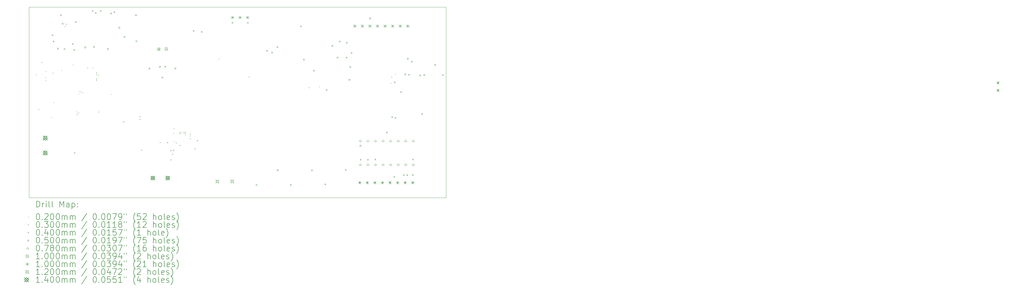
<source format=gbr>
%TF.GenerationSoftware,KiCad,Pcbnew,8.0.6*%
%TF.CreationDate,2025-02-07T02:34:47-05:00*%
%TF.ProjectId,SCAN,5343414e-2e6b-4696-9361-645f70636258,v1.0*%
%TF.SameCoordinates,Original*%
%TF.FileFunction,Drillmap*%
%TF.FilePolarity,Positive*%
%FSLAX45Y45*%
G04 Gerber Fmt 4.5, Leading zero omitted, Abs format (unit mm)*
G04 Created by KiCad (PCBNEW 8.0.6) date 2025-02-07 02:34:47*
%MOMM*%
%LPD*%
G01*
G04 APERTURE LIST*
%ADD10C,0.100000*%
%ADD11C,0.200000*%
%ADD12C,0.120000*%
%ADD13C,0.140000*%
G04 APERTURE END LIST*
D10*
X5700000Y-6800000D02*
X19700000Y-6800000D01*
X19700000Y-13200000D01*
X5700000Y-13200000D01*
X5700000Y-6800000D01*
D11*
D10*
X5939000Y-9070000D02*
X5959000Y-9090000D01*
X5959000Y-9070000D02*
X5939000Y-9090000D01*
X6010000Y-10227000D02*
X6030000Y-10247000D01*
X6030000Y-10227000D02*
X6010000Y-10247000D01*
X6122000Y-8653000D02*
X6142000Y-8673000D01*
X6142000Y-8653000D02*
X6122000Y-8673000D01*
X6254000Y-9155000D02*
X6274000Y-9175000D01*
X6274000Y-9155000D02*
X6254000Y-9175000D01*
X6262000Y-8952000D02*
X6282000Y-8972000D01*
X6282000Y-8952000D02*
X6262000Y-8972000D01*
X6262000Y-9255000D02*
X6282000Y-9275000D01*
X6282000Y-9255000D02*
X6262000Y-9275000D01*
X6446000Y-10489000D02*
X6466000Y-10509000D01*
X6466000Y-10489000D02*
X6446000Y-10509000D01*
X6498000Y-9004000D02*
X6518000Y-9024000D01*
X6518000Y-9004000D02*
X6498000Y-9024000D01*
X6522000Y-9992000D02*
X6542000Y-10012000D01*
X6542000Y-9992000D02*
X6522000Y-10012000D01*
X6784000Y-8907000D02*
X6804000Y-8927000D01*
X6804000Y-8907000D02*
X6784000Y-8927000D01*
X6897000Y-7440000D02*
X6917000Y-7460000D01*
X6917000Y-7440000D02*
X6897000Y-7460000D01*
X6942536Y-7363824D02*
X6962536Y-7383824D01*
X6962536Y-7363824D02*
X6942536Y-7383824D01*
X7177500Y-8728688D02*
X7197500Y-8748688D01*
X7197500Y-8728688D02*
X7177500Y-8748688D01*
X7291000Y-10304000D02*
X7311000Y-10324000D01*
X7311000Y-10304000D02*
X7291000Y-10324000D01*
X7298000Y-10398000D02*
X7318000Y-10418000D01*
X7318000Y-10398000D02*
X7298000Y-10418000D01*
X7351000Y-10344000D02*
X7371000Y-10364000D01*
X7371000Y-10344000D02*
X7351000Y-10364000D01*
X7352000Y-9714000D02*
X7372000Y-9734000D01*
X7372000Y-9714000D02*
X7352000Y-9734000D01*
X7403000Y-9632000D02*
X7423000Y-9652000D01*
X7423000Y-9632000D02*
X7403000Y-9652000D01*
X7483000Y-9662000D02*
X7503000Y-9682000D01*
X7503000Y-9662000D02*
X7483000Y-9682000D01*
X7663000Y-8838000D02*
X7683000Y-8858000D01*
X7683000Y-8838000D02*
X7663000Y-8858000D01*
X7838000Y-8834000D02*
X7858000Y-8854000D01*
X7858000Y-8834000D02*
X7838000Y-8854000D01*
X7958000Y-8992000D02*
X7978000Y-9012000D01*
X7978000Y-8992000D02*
X7958000Y-9012000D01*
X7959000Y-9042000D02*
X7979000Y-9062000D01*
X7979000Y-9042000D02*
X7959000Y-9062000D01*
X7959000Y-9193000D02*
X7979000Y-9213000D01*
X7979000Y-9193000D02*
X7959000Y-9213000D01*
X7959000Y-9243000D02*
X7979000Y-9263000D01*
X7979000Y-9243000D02*
X7959000Y-9263000D01*
X8013000Y-9072000D02*
X8033000Y-9092000D01*
X8033000Y-9072000D02*
X8013000Y-9092000D01*
X8452000Y-9720000D02*
X8472000Y-9740000D01*
X8472000Y-9720000D02*
X8452000Y-9740000D01*
X9414000Y-10470000D02*
X9434000Y-10490000D01*
X9434000Y-10470000D02*
X9414000Y-10490000D01*
X9414000Y-10564000D02*
X9434000Y-10584000D01*
X9434000Y-10564000D02*
X9414000Y-10584000D01*
X10552000Y-11030000D02*
X10572000Y-11050000D01*
X10572000Y-11030000D02*
X10552000Y-11050000D01*
X10557000Y-10865000D02*
X10577000Y-10885000D01*
X10577000Y-10865000D02*
X10557000Y-10885000D01*
X10560000Y-11303000D02*
X10580000Y-11323000D01*
X10580000Y-11303000D02*
X10560000Y-11323000D01*
X10629000Y-11349000D02*
X10649000Y-11369000D01*
X10649000Y-11349000D02*
X10629000Y-11369000D01*
X10744000Y-11032000D02*
X10764000Y-11052000D01*
X10764000Y-11032000D02*
X10744000Y-11052000D01*
X10747000Y-10990000D02*
X10767000Y-11010000D01*
X10767000Y-10990000D02*
X10747000Y-11010000D01*
X10789000Y-11032000D02*
X10809000Y-11052000D01*
X10809000Y-11032000D02*
X10789000Y-11052000D01*
X10794000Y-10989000D02*
X10814000Y-11009000D01*
X10814000Y-10989000D02*
X10794000Y-11009000D01*
X10884000Y-10989000D02*
X10904000Y-11009000D01*
X10904000Y-10989000D02*
X10884000Y-11009000D01*
X10890000Y-11032000D02*
X10910000Y-11052000D01*
X10910000Y-11032000D02*
X10890000Y-11052000D01*
X10931000Y-10988000D02*
X10951000Y-11008000D01*
X10951000Y-10988000D02*
X10931000Y-11008000D01*
X10937000Y-11030000D02*
X10957000Y-11050000D01*
X10957000Y-11030000D02*
X10937000Y-11050000D01*
X10944000Y-11099000D02*
X10964000Y-11119000D01*
X10964000Y-11099000D02*
X10944000Y-11119000D01*
X11100000Y-11056000D02*
X11120000Y-11076000D01*
X11120000Y-11056000D02*
X11100000Y-11076000D01*
X11100000Y-11207000D02*
X11120000Y-11227000D01*
X11120000Y-11207000D02*
X11100000Y-11227000D01*
X11103000Y-11117000D02*
X11123000Y-11137000D01*
X11123000Y-11117000D02*
X11103000Y-11137000D01*
X12071000Y-8524000D02*
X12091000Y-8544000D01*
X12091000Y-8524000D02*
X12071000Y-8544000D01*
X13082000Y-9137000D02*
X13102000Y-9157000D01*
X13102000Y-9137000D02*
X13082000Y-9157000D01*
X15092000Y-9497000D02*
X15112000Y-9517000D01*
X15112000Y-9497000D02*
X15092000Y-9517000D01*
X15438000Y-9467000D02*
X15458000Y-9487000D01*
X15458000Y-9467000D02*
X15438000Y-9487000D01*
X17841000Y-9349000D02*
X17861000Y-9369000D01*
X17861000Y-9349000D02*
X17841000Y-9369000D01*
X17864000Y-9138000D02*
X17884000Y-9158000D01*
X17884000Y-9138000D02*
X17864000Y-9158000D01*
X17988000Y-9034000D02*
X18008000Y-9054000D01*
X18008000Y-9034000D02*
X17988000Y-9054000D01*
X8054000Y-10327000D02*
G75*
G02*
X8024000Y-10327000I-15000J0D01*
G01*
X8024000Y-10327000D02*
G75*
G02*
X8054000Y-10327000I15000J0D01*
G01*
X8898000Y-10656000D02*
G75*
G02*
X8868000Y-10656000I-15000J0D01*
G01*
X8868000Y-10656000D02*
G75*
G02*
X8898000Y-10656000I15000J0D01*
G01*
X9494000Y-11611000D02*
G75*
G02*
X9464000Y-11611000I-15000J0D01*
G01*
X9464000Y-11611000D02*
G75*
G02*
X9494000Y-11611000I15000J0D01*
G01*
X10120000Y-11352000D02*
G75*
G02*
X10090000Y-11352000I-15000J0D01*
G01*
X10090000Y-11352000D02*
G75*
G02*
X10120000Y-11352000I15000J0D01*
G01*
X10370000Y-11353000D02*
G75*
G02*
X10340000Y-11353000I-15000J0D01*
G01*
X10340000Y-11353000D02*
G75*
G02*
X10370000Y-11353000I15000J0D01*
G01*
X10478000Y-11933000D02*
G75*
G02*
X10448000Y-11933000I-15000J0D01*
G01*
X10448000Y-11933000D02*
G75*
G02*
X10478000Y-11933000I15000J0D01*
G01*
X10480000Y-11622000D02*
G75*
G02*
X10450000Y-11622000I-15000J0D01*
G01*
X10450000Y-11622000D02*
G75*
G02*
X10480000Y-11622000I15000J0D01*
G01*
X10531000Y-11743000D02*
G75*
G02*
X10501000Y-11743000I-15000J0D01*
G01*
X10501000Y-11743000D02*
G75*
G02*
X10531000Y-11743000I15000J0D01*
G01*
X10572000Y-11614000D02*
G75*
G02*
X10542000Y-11614000I-15000J0D01*
G01*
X10542000Y-11614000D02*
G75*
G02*
X10572000Y-11614000I15000J0D01*
G01*
X10787000Y-11447000D02*
G75*
G02*
X10757000Y-11447000I-15000J0D01*
G01*
X10757000Y-11447000D02*
G75*
G02*
X10787000Y-11447000I15000J0D01*
G01*
X11290000Y-11560000D02*
G75*
G02*
X11260000Y-11560000I-15000J0D01*
G01*
X11260000Y-11560000D02*
G75*
G02*
X11290000Y-11560000I15000J0D01*
G01*
X11371000Y-11283000D02*
G75*
G02*
X11341000Y-11283000I-15000J0D01*
G01*
X11341000Y-11283000D02*
G75*
G02*
X11371000Y-11283000I15000J0D01*
G01*
X7234000Y-11672000D02*
X7234000Y-11712000D01*
X7214000Y-11692000D02*
X7254000Y-11692000D01*
X6506678Y-7759678D02*
X6506678Y-7724322D01*
X6471322Y-7724322D01*
X6471322Y-7759678D01*
X6506678Y-7759678D01*
X6539678Y-7970678D02*
X6539678Y-7935322D01*
X6504322Y-7935322D01*
X6504322Y-7970678D01*
X6539678Y-7970678D01*
X6685678Y-8210678D02*
X6685678Y-8175322D01*
X6650322Y-8175322D01*
X6650322Y-8210678D01*
X6685678Y-8210678D01*
X6786678Y-7089678D02*
X6786678Y-7054322D01*
X6751322Y-7054322D01*
X6751322Y-7089678D01*
X6786678Y-7089678D01*
X6847678Y-7373678D02*
X6847678Y-7338322D01*
X6812322Y-7338322D01*
X6812322Y-7373678D01*
X6847678Y-7373678D01*
X6909678Y-8220678D02*
X6909678Y-8185322D01*
X6874322Y-8185322D01*
X6874322Y-8220678D01*
X6909678Y-8220678D01*
X7184678Y-8054678D02*
X7184678Y-8019322D01*
X7149322Y-8019322D01*
X7149322Y-8054678D01*
X7184678Y-8054678D01*
X7237678Y-8256928D02*
X7237678Y-8221572D01*
X7202322Y-8221572D01*
X7202322Y-8256928D01*
X7237678Y-8256928D01*
X7287678Y-7320678D02*
X7287678Y-7285322D01*
X7252322Y-7285322D01*
X7252322Y-7320678D01*
X7287678Y-7320678D01*
X7605678Y-8169678D02*
X7605678Y-8134322D01*
X7570322Y-8134322D01*
X7570322Y-8169678D01*
X7605678Y-8169678D01*
X7851678Y-6945678D02*
X7851678Y-6910322D01*
X7816322Y-6910322D01*
X7816322Y-6945678D01*
X7851678Y-6945678D01*
X7893678Y-8151678D02*
X7893678Y-8116322D01*
X7858322Y-8116322D01*
X7858322Y-8151678D01*
X7893678Y-8151678D01*
X7954678Y-7010678D02*
X7954678Y-6975322D01*
X7919322Y-6975322D01*
X7919322Y-7010678D01*
X7954678Y-7010678D01*
X8122678Y-6945678D02*
X8122678Y-6910322D01*
X8087322Y-6910322D01*
X8087322Y-6945678D01*
X8122678Y-6945678D01*
X8360678Y-8219678D02*
X8360678Y-8184322D01*
X8325322Y-8184322D01*
X8325322Y-8219678D01*
X8360678Y-8219678D01*
X8474678Y-7029678D02*
X8474678Y-6994322D01*
X8439322Y-6994322D01*
X8439322Y-7029678D01*
X8474678Y-7029678D01*
X8583678Y-6987678D02*
X8583678Y-6952322D01*
X8548322Y-6952322D01*
X8548322Y-6987678D01*
X8583678Y-6987678D01*
X8747678Y-7508678D02*
X8747678Y-7473322D01*
X8712322Y-7473322D01*
X8712322Y-7508678D01*
X8747678Y-7508678D01*
X8924678Y-7816678D02*
X8924678Y-7781322D01*
X8889322Y-7781322D01*
X8889322Y-7816678D01*
X8924678Y-7816678D01*
X9306678Y-7092678D02*
X9306678Y-7057322D01*
X9271322Y-7057322D01*
X9271322Y-7092678D01*
X9306678Y-7092678D01*
X9317678Y-7963678D02*
X9317678Y-7928322D01*
X9282322Y-7928322D01*
X9282322Y-7963678D01*
X9317678Y-7963678D01*
X9759678Y-8880678D02*
X9759678Y-8845322D01*
X9724322Y-8845322D01*
X9724322Y-8880678D01*
X9759678Y-8880678D01*
X10111678Y-8821678D02*
X10111678Y-8786322D01*
X10076322Y-8786322D01*
X10076322Y-8821678D01*
X10111678Y-8821678D01*
X10194678Y-9183678D02*
X10194678Y-9148322D01*
X10159322Y-9148322D01*
X10159322Y-9183678D01*
X10194678Y-9183678D01*
X10285678Y-8818678D02*
X10285678Y-8783322D01*
X10250322Y-8783322D01*
X10250322Y-8818678D01*
X10285678Y-8818678D01*
X10627678Y-8876678D02*
X10627678Y-8841322D01*
X10592322Y-8841322D01*
X10592322Y-8876678D01*
X10627678Y-8876678D01*
X11240678Y-7617678D02*
X11240678Y-7582322D01*
X11205322Y-7582322D01*
X11205322Y-7617678D01*
X11240678Y-7617678D01*
X11510678Y-7646678D02*
X11510678Y-7611322D01*
X11475322Y-7611322D01*
X11475322Y-7646678D01*
X11510678Y-7646678D01*
X12544678Y-7345678D02*
X12544678Y-7310322D01*
X12509322Y-7310322D01*
X12509322Y-7345678D01*
X12544678Y-7345678D01*
X13062678Y-7341678D02*
X13062678Y-7306322D01*
X13027322Y-7306322D01*
X13027322Y-7341678D01*
X13062678Y-7341678D01*
X13350678Y-12785678D02*
X13350678Y-12750322D01*
X13315322Y-12750322D01*
X13315322Y-12785678D01*
X13350678Y-12785678D01*
X13700678Y-8280678D02*
X13700678Y-8245322D01*
X13665322Y-8245322D01*
X13665322Y-8280678D01*
X13700678Y-8280678D01*
X13877678Y-8343678D02*
X13877678Y-8308322D01*
X13842322Y-8308322D01*
X13842322Y-8343678D01*
X13877678Y-8343678D01*
X14053678Y-8154678D02*
X14053678Y-8119322D01*
X14018322Y-8119322D01*
X14018322Y-8154678D01*
X14053678Y-8154678D01*
X14064678Y-12292678D02*
X14064678Y-12257322D01*
X14029322Y-12257322D01*
X14029322Y-12292678D01*
X14064678Y-12292678D01*
X14502678Y-12783678D02*
X14502678Y-12748322D01*
X14467322Y-12748322D01*
X14467322Y-12783678D01*
X14502678Y-12783678D01*
X14836678Y-7461678D02*
X14836678Y-7426322D01*
X14801322Y-7426322D01*
X14801322Y-7461678D01*
X14836678Y-7461678D01*
X14939678Y-8579678D02*
X14939678Y-8544322D01*
X14904322Y-8544322D01*
X14904322Y-8579678D01*
X14939678Y-8579678D01*
X15209678Y-12293678D02*
X15209678Y-12258322D01*
X15174322Y-12258322D01*
X15174322Y-12293678D01*
X15209678Y-12293678D01*
X15282678Y-8951678D02*
X15282678Y-8916322D01*
X15247322Y-8916322D01*
X15247322Y-8951678D01*
X15282678Y-8951678D01*
X15661678Y-12772428D02*
X15661678Y-12737072D01*
X15626322Y-12737072D01*
X15626322Y-12772428D01*
X15661678Y-12772428D01*
X15701678Y-9604678D02*
X15701678Y-9569322D01*
X15666322Y-9569322D01*
X15666322Y-9604678D01*
X15701678Y-9604678D01*
X15898678Y-8118678D02*
X15898678Y-8083322D01*
X15863322Y-8083322D01*
X15863322Y-8118678D01*
X15898678Y-8118678D01*
X16071678Y-8511678D02*
X16071678Y-8476322D01*
X16036322Y-8476322D01*
X16036322Y-8511678D01*
X16071678Y-8511678D01*
X16142678Y-7968678D02*
X16142678Y-7933322D01*
X16107322Y-7933322D01*
X16107322Y-7968678D01*
X16142678Y-7968678D01*
X16344678Y-12281678D02*
X16344678Y-12246322D01*
X16309322Y-12246322D01*
X16309322Y-12281678D01*
X16344678Y-12281678D01*
X16370678Y-8511678D02*
X16370678Y-8476322D01*
X16335322Y-8476322D01*
X16335322Y-8511678D01*
X16370678Y-8511678D01*
X16379678Y-8015678D02*
X16379678Y-7980322D01*
X16344322Y-7980322D01*
X16344322Y-8015678D01*
X16379678Y-8015678D01*
X16469678Y-9255678D02*
X16469678Y-9220322D01*
X16434322Y-9220322D01*
X16434322Y-9255678D01*
X16469678Y-9255678D01*
X16496678Y-8828678D02*
X16496678Y-8793322D01*
X16461322Y-8793322D01*
X16461322Y-8828678D01*
X16496678Y-8828678D01*
X16541678Y-8360678D02*
X16541678Y-8325322D01*
X16506322Y-8325322D01*
X16506322Y-8360678D01*
X16541678Y-8360678D01*
X16841678Y-11471678D02*
X16841678Y-11436322D01*
X16806322Y-11436322D01*
X16806322Y-11471678D01*
X16841678Y-11471678D01*
X16847678Y-11943678D02*
X16847678Y-11908322D01*
X16812322Y-11908322D01*
X16812322Y-11943678D01*
X16847678Y-11943678D01*
X17090678Y-11938678D02*
X17090678Y-11903322D01*
X17055322Y-11903322D01*
X17055322Y-11938678D01*
X17090678Y-11938678D01*
X17163678Y-7195678D02*
X17163678Y-7160322D01*
X17128322Y-7160322D01*
X17128322Y-7195678D01*
X17163678Y-7195678D01*
X17336678Y-11932678D02*
X17336678Y-11897322D01*
X17301322Y-11897322D01*
X17301322Y-11932678D01*
X17336678Y-11932678D01*
X17725678Y-11028678D02*
X17725678Y-10993322D01*
X17690322Y-10993322D01*
X17690322Y-11028678D01*
X17725678Y-11028678D01*
X17904678Y-10509678D02*
X17904678Y-10474322D01*
X17869322Y-10474322D01*
X17869322Y-10509678D01*
X17904678Y-10509678D01*
X17971678Y-12515678D02*
X17971678Y-12480322D01*
X17936322Y-12480322D01*
X17936322Y-12515678D01*
X17971678Y-12515678D01*
X17991678Y-9343678D02*
X17991678Y-9308322D01*
X17956322Y-9308322D01*
X17956322Y-9343678D01*
X17991678Y-9343678D01*
X18015603Y-10538753D02*
X18015603Y-10503398D01*
X17980247Y-10503398D01*
X17980247Y-10538753D01*
X18015603Y-10538753D01*
X18199678Y-9668678D02*
X18199678Y-9633322D01*
X18164322Y-9633322D01*
X18164322Y-9668678D01*
X18199678Y-9668678D01*
X18290678Y-12454678D02*
X18290678Y-12419322D01*
X18255322Y-12419322D01*
X18255322Y-12454678D01*
X18290678Y-12454678D01*
X18347678Y-9075678D02*
X18347678Y-9040322D01*
X18312322Y-9040322D01*
X18312322Y-9075678D01*
X18347678Y-9075678D01*
X18415678Y-12455678D02*
X18415678Y-12420322D01*
X18380322Y-12420322D01*
X18380322Y-12455678D01*
X18415678Y-12455678D01*
X18427678Y-8550678D02*
X18427678Y-8515322D01*
X18392322Y-8515322D01*
X18392322Y-8550678D01*
X18427678Y-8550678D01*
X18474678Y-9084678D02*
X18474678Y-9049322D01*
X18439322Y-9049322D01*
X18439322Y-9084678D01*
X18474678Y-9084678D01*
X18561678Y-8647678D02*
X18561678Y-8612322D01*
X18526322Y-8612322D01*
X18526322Y-8647678D01*
X18561678Y-8647678D01*
X18596678Y-12453678D02*
X18596678Y-12418322D01*
X18561322Y-12418322D01*
X18561322Y-12453678D01*
X18596678Y-12453678D01*
X18610678Y-11933678D02*
X18610678Y-11898322D01*
X18575322Y-11898322D01*
X18575322Y-11933678D01*
X18610678Y-11933678D01*
X18846678Y-9109678D02*
X18846678Y-9074322D01*
X18811322Y-9074322D01*
X18811322Y-9109678D01*
X18846678Y-9109678D01*
X18914678Y-10409678D02*
X18914678Y-10374322D01*
X18879322Y-10374322D01*
X18879322Y-10409678D01*
X18914678Y-10409678D01*
X18984678Y-9096678D02*
X18984678Y-9061322D01*
X18949322Y-9061322D01*
X18949322Y-9096678D01*
X18984678Y-9096678D01*
X19347678Y-8756678D02*
X19347678Y-8721322D01*
X19312322Y-8721322D01*
X19312322Y-8756678D01*
X19347678Y-8756678D01*
X19604678Y-9098678D02*
X19604678Y-9063322D01*
X19569322Y-9063322D01*
X19569322Y-9098678D01*
X19604678Y-9098678D01*
X16821000Y-11334000D02*
X16860000Y-11295000D01*
X16821000Y-11256000D01*
X16782000Y-11295000D01*
X16821000Y-11334000D01*
X16821000Y-12128000D02*
X16860000Y-12089000D01*
X16821000Y-12050000D01*
X16782000Y-12089000D01*
X16821000Y-12128000D01*
X17075000Y-11334000D02*
X17114000Y-11295000D01*
X17075000Y-11256000D01*
X17036000Y-11295000D01*
X17075000Y-11334000D01*
X17075000Y-12128000D02*
X17114000Y-12089000D01*
X17075000Y-12050000D01*
X17036000Y-12089000D01*
X17075000Y-12128000D01*
X17329000Y-11334000D02*
X17368000Y-11295000D01*
X17329000Y-11256000D01*
X17290000Y-11295000D01*
X17329000Y-11334000D01*
X17329000Y-12128000D02*
X17368000Y-12089000D01*
X17329000Y-12050000D01*
X17290000Y-12089000D01*
X17329000Y-12128000D01*
X17583000Y-11334000D02*
X17622000Y-11295000D01*
X17583000Y-11256000D01*
X17544000Y-11295000D01*
X17583000Y-11334000D01*
X17583000Y-12128000D02*
X17622000Y-12089000D01*
X17583000Y-12050000D01*
X17544000Y-12089000D01*
X17583000Y-12128000D01*
X17837000Y-11334000D02*
X17876000Y-11295000D01*
X17837000Y-11256000D01*
X17798000Y-11295000D01*
X17837000Y-11334000D01*
X17837000Y-12128000D02*
X17876000Y-12089000D01*
X17837000Y-12050000D01*
X17798000Y-12089000D01*
X17837000Y-12128000D01*
X18091000Y-11334000D02*
X18130000Y-11295000D01*
X18091000Y-11256000D01*
X18052000Y-11295000D01*
X18091000Y-11334000D01*
X18091000Y-12128000D02*
X18130000Y-12089000D01*
X18091000Y-12050000D01*
X18052000Y-12089000D01*
X18091000Y-12128000D01*
X18345000Y-11334000D02*
X18384000Y-11295000D01*
X18345000Y-11256000D01*
X18306000Y-11295000D01*
X18345000Y-11334000D01*
X18345000Y-12128000D02*
X18384000Y-12089000D01*
X18345000Y-12050000D01*
X18306000Y-12089000D01*
X18345000Y-12128000D01*
X18599000Y-11334000D02*
X18638000Y-11295000D01*
X18599000Y-11256000D01*
X18560000Y-11295000D01*
X18599000Y-11334000D01*
X18599000Y-12128000D02*
X18638000Y-12089000D01*
X18599000Y-12050000D01*
X18560000Y-12089000D01*
X18599000Y-12128000D01*
X10009000Y-8164000D02*
X10109000Y-8264000D01*
X10109000Y-8164000D02*
X10009000Y-8264000D01*
X10109000Y-8214000D02*
G75*
G02*
X10009000Y-8214000I-50000J0D01*
G01*
X10009000Y-8214000D02*
G75*
G02*
X10109000Y-8214000I50000J0D01*
G01*
X10257000Y-8154000D02*
X10357000Y-8254000D01*
X10357000Y-8154000D02*
X10257000Y-8254000D01*
X10357000Y-8204000D02*
G75*
G02*
X10257000Y-8204000I-50000J0D01*
G01*
X10257000Y-8204000D02*
G75*
G02*
X10357000Y-8204000I50000J0D01*
G01*
X12479500Y-7100000D02*
X12579500Y-7200000D01*
X12579500Y-7100000D02*
X12479500Y-7200000D01*
X12529500Y-7100000D02*
X12529500Y-7200000D01*
X12479500Y-7150000D02*
X12579500Y-7150000D01*
X12733500Y-7100000D02*
X12833500Y-7200000D01*
X12833500Y-7100000D02*
X12733500Y-7200000D01*
X12783500Y-7100000D02*
X12783500Y-7200000D01*
X12733500Y-7150000D02*
X12833500Y-7150000D01*
X12987500Y-7100000D02*
X13087500Y-7200000D01*
X13087500Y-7100000D02*
X12987500Y-7200000D01*
X13037500Y-7100000D02*
X13037500Y-7200000D01*
X12987500Y-7150000D02*
X13087500Y-7150000D01*
X16587000Y-7384000D02*
X16687000Y-7484000D01*
X16687000Y-7384000D02*
X16587000Y-7484000D01*
X16637000Y-7384000D02*
X16637000Y-7484000D01*
X16587000Y-7434000D02*
X16687000Y-7434000D01*
X16749000Y-12641000D02*
X16849000Y-12741000D01*
X16849000Y-12641000D02*
X16749000Y-12741000D01*
X16799000Y-12641000D02*
X16799000Y-12741000D01*
X16749000Y-12691000D02*
X16849000Y-12691000D01*
X16841000Y-7384000D02*
X16941000Y-7484000D01*
X16941000Y-7384000D02*
X16841000Y-7484000D01*
X16891000Y-7384000D02*
X16891000Y-7484000D01*
X16841000Y-7434000D02*
X16941000Y-7434000D01*
X17003000Y-12641000D02*
X17103000Y-12741000D01*
X17103000Y-12641000D02*
X17003000Y-12741000D01*
X17053000Y-12641000D02*
X17053000Y-12741000D01*
X17003000Y-12691000D02*
X17103000Y-12691000D01*
X17095000Y-7384000D02*
X17195000Y-7484000D01*
X17195000Y-7384000D02*
X17095000Y-7484000D01*
X17145000Y-7384000D02*
X17145000Y-7484000D01*
X17095000Y-7434000D02*
X17195000Y-7434000D01*
X17257000Y-12641000D02*
X17357000Y-12741000D01*
X17357000Y-12641000D02*
X17257000Y-12741000D01*
X17307000Y-12641000D02*
X17307000Y-12741000D01*
X17257000Y-12691000D02*
X17357000Y-12691000D01*
X17349000Y-7384000D02*
X17449000Y-7484000D01*
X17449000Y-7384000D02*
X17349000Y-7484000D01*
X17399000Y-7384000D02*
X17399000Y-7484000D01*
X17349000Y-7434000D02*
X17449000Y-7434000D01*
X17511000Y-12641000D02*
X17611000Y-12741000D01*
X17611000Y-12641000D02*
X17511000Y-12741000D01*
X17561000Y-12641000D02*
X17561000Y-12741000D01*
X17511000Y-12691000D02*
X17611000Y-12691000D01*
X17603000Y-7384000D02*
X17703000Y-7484000D01*
X17703000Y-7384000D02*
X17603000Y-7484000D01*
X17653000Y-7384000D02*
X17653000Y-7484000D01*
X17603000Y-7434000D02*
X17703000Y-7434000D01*
X17765000Y-12641000D02*
X17865000Y-12741000D01*
X17865000Y-12641000D02*
X17765000Y-12741000D01*
X17815000Y-12641000D02*
X17815000Y-12741000D01*
X17765000Y-12691000D02*
X17865000Y-12691000D01*
X17857000Y-7384000D02*
X17957000Y-7484000D01*
X17957000Y-7384000D02*
X17857000Y-7484000D01*
X17907000Y-7384000D02*
X17907000Y-7484000D01*
X17857000Y-7434000D02*
X17957000Y-7434000D01*
X18019000Y-12641000D02*
X18119000Y-12741000D01*
X18119000Y-12641000D02*
X18019000Y-12741000D01*
X18069000Y-12641000D02*
X18069000Y-12741000D01*
X18019000Y-12691000D02*
X18119000Y-12691000D01*
X18111000Y-7384000D02*
X18211000Y-7484000D01*
X18211000Y-7384000D02*
X18111000Y-7484000D01*
X18161000Y-7384000D02*
X18161000Y-7484000D01*
X18111000Y-7434000D02*
X18211000Y-7434000D01*
X18273000Y-12641000D02*
X18373000Y-12741000D01*
X18373000Y-12641000D02*
X18273000Y-12741000D01*
X18323000Y-12641000D02*
X18323000Y-12741000D01*
X18273000Y-12691000D02*
X18373000Y-12691000D01*
X18365000Y-7384000D02*
X18465000Y-7484000D01*
X18465000Y-7384000D02*
X18365000Y-7484000D01*
X18415000Y-7384000D02*
X18415000Y-7484000D01*
X18365000Y-7434000D02*
X18465000Y-7434000D01*
X18527000Y-12641000D02*
X18627000Y-12741000D01*
X18627000Y-12641000D02*
X18527000Y-12741000D01*
X18577000Y-12641000D02*
X18577000Y-12741000D01*
X18527000Y-12691000D02*
X18627000Y-12691000D01*
X38170250Y-9289500D02*
X38270250Y-9389500D01*
X38270250Y-9289500D02*
X38170250Y-9389500D01*
X38220250Y-9289500D02*
X38220250Y-9389500D01*
X38170250Y-9339500D02*
X38270250Y-9339500D01*
X38170250Y-9543500D02*
X38270250Y-9643500D01*
X38270250Y-9543500D02*
X38170250Y-9643500D01*
X38220250Y-9543500D02*
X38220250Y-9643500D01*
X38170250Y-9593500D02*
X38270250Y-9593500D01*
D12*
X11958000Y-12588000D02*
X12078000Y-12708000D01*
X12078000Y-12588000D02*
X11958000Y-12708000D01*
X12060427Y-12690427D02*
X12060427Y-12605573D01*
X11975573Y-12605573D01*
X11975573Y-12690427D01*
X12060427Y-12690427D01*
X12458000Y-12588000D02*
X12578000Y-12708000D01*
X12578000Y-12588000D02*
X12458000Y-12708000D01*
X12560427Y-12690427D02*
X12560427Y-12605573D01*
X12475573Y-12605573D01*
X12475573Y-12690427D01*
X12560427Y-12690427D01*
D13*
X6177750Y-11130000D02*
X6317750Y-11270000D01*
X6317750Y-11130000D02*
X6177750Y-11270000D01*
X6247750Y-11270000D02*
X6317750Y-11200000D01*
X6247750Y-11130000D01*
X6177750Y-11200000D01*
X6247750Y-11270000D01*
X6177750Y-11630000D02*
X6317750Y-11770000D01*
X6317750Y-11630000D02*
X6177750Y-11770000D01*
X6247750Y-11770000D02*
X6317750Y-11700000D01*
X6247750Y-11630000D01*
X6177750Y-11700000D01*
X6247750Y-11770000D01*
X9791000Y-12471000D02*
X9931000Y-12611000D01*
X9931000Y-12471000D02*
X9791000Y-12611000D01*
X9861000Y-12611000D02*
X9931000Y-12541000D01*
X9861000Y-12471000D01*
X9791000Y-12541000D01*
X9861000Y-12611000D01*
X10291000Y-12471000D02*
X10431000Y-12611000D01*
X10431000Y-12471000D02*
X10291000Y-12611000D01*
X10361000Y-12611000D02*
X10431000Y-12541000D01*
X10361000Y-12471000D01*
X10291000Y-12541000D01*
X10361000Y-12611000D01*
D11*
X5955777Y-13516484D02*
X5955777Y-13316484D01*
X5955777Y-13316484D02*
X6003396Y-13316484D01*
X6003396Y-13316484D02*
X6031967Y-13326008D01*
X6031967Y-13326008D02*
X6051015Y-13345055D01*
X6051015Y-13345055D02*
X6060539Y-13364103D01*
X6060539Y-13364103D02*
X6070062Y-13402198D01*
X6070062Y-13402198D02*
X6070062Y-13430769D01*
X6070062Y-13430769D02*
X6060539Y-13468865D01*
X6060539Y-13468865D02*
X6051015Y-13487912D01*
X6051015Y-13487912D02*
X6031967Y-13506960D01*
X6031967Y-13506960D02*
X6003396Y-13516484D01*
X6003396Y-13516484D02*
X5955777Y-13516484D01*
X6155777Y-13516484D02*
X6155777Y-13383150D01*
X6155777Y-13421246D02*
X6165301Y-13402198D01*
X6165301Y-13402198D02*
X6174824Y-13392674D01*
X6174824Y-13392674D02*
X6193872Y-13383150D01*
X6193872Y-13383150D02*
X6212920Y-13383150D01*
X6279586Y-13516484D02*
X6279586Y-13383150D01*
X6279586Y-13316484D02*
X6270062Y-13326008D01*
X6270062Y-13326008D02*
X6279586Y-13335531D01*
X6279586Y-13335531D02*
X6289110Y-13326008D01*
X6289110Y-13326008D02*
X6279586Y-13316484D01*
X6279586Y-13316484D02*
X6279586Y-13335531D01*
X6403396Y-13516484D02*
X6384348Y-13506960D01*
X6384348Y-13506960D02*
X6374824Y-13487912D01*
X6374824Y-13487912D02*
X6374824Y-13316484D01*
X6508158Y-13516484D02*
X6489110Y-13506960D01*
X6489110Y-13506960D02*
X6479586Y-13487912D01*
X6479586Y-13487912D02*
X6479586Y-13316484D01*
X6736729Y-13516484D02*
X6736729Y-13316484D01*
X6736729Y-13316484D02*
X6803396Y-13459341D01*
X6803396Y-13459341D02*
X6870062Y-13316484D01*
X6870062Y-13316484D02*
X6870062Y-13516484D01*
X7051015Y-13516484D02*
X7051015Y-13411722D01*
X7051015Y-13411722D02*
X7041491Y-13392674D01*
X7041491Y-13392674D02*
X7022443Y-13383150D01*
X7022443Y-13383150D02*
X6984348Y-13383150D01*
X6984348Y-13383150D02*
X6965301Y-13392674D01*
X7051015Y-13506960D02*
X7031967Y-13516484D01*
X7031967Y-13516484D02*
X6984348Y-13516484D01*
X6984348Y-13516484D02*
X6965301Y-13506960D01*
X6965301Y-13506960D02*
X6955777Y-13487912D01*
X6955777Y-13487912D02*
X6955777Y-13468865D01*
X6955777Y-13468865D02*
X6965301Y-13449817D01*
X6965301Y-13449817D02*
X6984348Y-13440293D01*
X6984348Y-13440293D02*
X7031967Y-13440293D01*
X7031967Y-13440293D02*
X7051015Y-13430769D01*
X7146253Y-13383150D02*
X7146253Y-13583150D01*
X7146253Y-13392674D02*
X7165301Y-13383150D01*
X7165301Y-13383150D02*
X7203396Y-13383150D01*
X7203396Y-13383150D02*
X7222443Y-13392674D01*
X7222443Y-13392674D02*
X7231967Y-13402198D01*
X7231967Y-13402198D02*
X7241491Y-13421246D01*
X7241491Y-13421246D02*
X7241491Y-13478388D01*
X7241491Y-13478388D02*
X7231967Y-13497436D01*
X7231967Y-13497436D02*
X7222443Y-13506960D01*
X7222443Y-13506960D02*
X7203396Y-13516484D01*
X7203396Y-13516484D02*
X7165301Y-13516484D01*
X7165301Y-13516484D02*
X7146253Y-13506960D01*
X7327205Y-13497436D02*
X7336729Y-13506960D01*
X7336729Y-13506960D02*
X7327205Y-13516484D01*
X7327205Y-13516484D02*
X7317682Y-13506960D01*
X7317682Y-13506960D02*
X7327205Y-13497436D01*
X7327205Y-13497436D02*
X7327205Y-13516484D01*
X7327205Y-13392674D02*
X7336729Y-13402198D01*
X7336729Y-13402198D02*
X7327205Y-13411722D01*
X7327205Y-13411722D02*
X7317682Y-13402198D01*
X7317682Y-13402198D02*
X7327205Y-13392674D01*
X7327205Y-13392674D02*
X7327205Y-13411722D01*
D10*
X5675000Y-13835000D02*
X5695000Y-13855000D01*
X5695000Y-13835000D02*
X5675000Y-13855000D01*
D11*
X5993872Y-13736484D02*
X6012920Y-13736484D01*
X6012920Y-13736484D02*
X6031967Y-13746008D01*
X6031967Y-13746008D02*
X6041491Y-13755531D01*
X6041491Y-13755531D02*
X6051015Y-13774579D01*
X6051015Y-13774579D02*
X6060539Y-13812674D01*
X6060539Y-13812674D02*
X6060539Y-13860293D01*
X6060539Y-13860293D02*
X6051015Y-13898388D01*
X6051015Y-13898388D02*
X6041491Y-13917436D01*
X6041491Y-13917436D02*
X6031967Y-13926960D01*
X6031967Y-13926960D02*
X6012920Y-13936484D01*
X6012920Y-13936484D02*
X5993872Y-13936484D01*
X5993872Y-13936484D02*
X5974824Y-13926960D01*
X5974824Y-13926960D02*
X5965301Y-13917436D01*
X5965301Y-13917436D02*
X5955777Y-13898388D01*
X5955777Y-13898388D02*
X5946253Y-13860293D01*
X5946253Y-13860293D02*
X5946253Y-13812674D01*
X5946253Y-13812674D02*
X5955777Y-13774579D01*
X5955777Y-13774579D02*
X5965301Y-13755531D01*
X5965301Y-13755531D02*
X5974824Y-13746008D01*
X5974824Y-13746008D02*
X5993872Y-13736484D01*
X6146253Y-13917436D02*
X6155777Y-13926960D01*
X6155777Y-13926960D02*
X6146253Y-13936484D01*
X6146253Y-13936484D02*
X6136729Y-13926960D01*
X6136729Y-13926960D02*
X6146253Y-13917436D01*
X6146253Y-13917436D02*
X6146253Y-13936484D01*
X6231967Y-13755531D02*
X6241491Y-13746008D01*
X6241491Y-13746008D02*
X6260539Y-13736484D01*
X6260539Y-13736484D02*
X6308158Y-13736484D01*
X6308158Y-13736484D02*
X6327205Y-13746008D01*
X6327205Y-13746008D02*
X6336729Y-13755531D01*
X6336729Y-13755531D02*
X6346253Y-13774579D01*
X6346253Y-13774579D02*
X6346253Y-13793627D01*
X6346253Y-13793627D02*
X6336729Y-13822198D01*
X6336729Y-13822198D02*
X6222443Y-13936484D01*
X6222443Y-13936484D02*
X6346253Y-13936484D01*
X6470062Y-13736484D02*
X6489110Y-13736484D01*
X6489110Y-13736484D02*
X6508158Y-13746008D01*
X6508158Y-13746008D02*
X6517682Y-13755531D01*
X6517682Y-13755531D02*
X6527205Y-13774579D01*
X6527205Y-13774579D02*
X6536729Y-13812674D01*
X6536729Y-13812674D02*
X6536729Y-13860293D01*
X6536729Y-13860293D02*
X6527205Y-13898388D01*
X6527205Y-13898388D02*
X6517682Y-13917436D01*
X6517682Y-13917436D02*
X6508158Y-13926960D01*
X6508158Y-13926960D02*
X6489110Y-13936484D01*
X6489110Y-13936484D02*
X6470062Y-13936484D01*
X6470062Y-13936484D02*
X6451015Y-13926960D01*
X6451015Y-13926960D02*
X6441491Y-13917436D01*
X6441491Y-13917436D02*
X6431967Y-13898388D01*
X6431967Y-13898388D02*
X6422443Y-13860293D01*
X6422443Y-13860293D02*
X6422443Y-13812674D01*
X6422443Y-13812674D02*
X6431967Y-13774579D01*
X6431967Y-13774579D02*
X6441491Y-13755531D01*
X6441491Y-13755531D02*
X6451015Y-13746008D01*
X6451015Y-13746008D02*
X6470062Y-13736484D01*
X6660539Y-13736484D02*
X6679586Y-13736484D01*
X6679586Y-13736484D02*
X6698634Y-13746008D01*
X6698634Y-13746008D02*
X6708158Y-13755531D01*
X6708158Y-13755531D02*
X6717682Y-13774579D01*
X6717682Y-13774579D02*
X6727205Y-13812674D01*
X6727205Y-13812674D02*
X6727205Y-13860293D01*
X6727205Y-13860293D02*
X6717682Y-13898388D01*
X6717682Y-13898388D02*
X6708158Y-13917436D01*
X6708158Y-13917436D02*
X6698634Y-13926960D01*
X6698634Y-13926960D02*
X6679586Y-13936484D01*
X6679586Y-13936484D02*
X6660539Y-13936484D01*
X6660539Y-13936484D02*
X6641491Y-13926960D01*
X6641491Y-13926960D02*
X6631967Y-13917436D01*
X6631967Y-13917436D02*
X6622443Y-13898388D01*
X6622443Y-13898388D02*
X6612920Y-13860293D01*
X6612920Y-13860293D02*
X6612920Y-13812674D01*
X6612920Y-13812674D02*
X6622443Y-13774579D01*
X6622443Y-13774579D02*
X6631967Y-13755531D01*
X6631967Y-13755531D02*
X6641491Y-13746008D01*
X6641491Y-13746008D02*
X6660539Y-13736484D01*
X6812920Y-13936484D02*
X6812920Y-13803150D01*
X6812920Y-13822198D02*
X6822443Y-13812674D01*
X6822443Y-13812674D02*
X6841491Y-13803150D01*
X6841491Y-13803150D02*
X6870063Y-13803150D01*
X6870063Y-13803150D02*
X6889110Y-13812674D01*
X6889110Y-13812674D02*
X6898634Y-13831722D01*
X6898634Y-13831722D02*
X6898634Y-13936484D01*
X6898634Y-13831722D02*
X6908158Y-13812674D01*
X6908158Y-13812674D02*
X6927205Y-13803150D01*
X6927205Y-13803150D02*
X6955777Y-13803150D01*
X6955777Y-13803150D02*
X6974824Y-13812674D01*
X6974824Y-13812674D02*
X6984348Y-13831722D01*
X6984348Y-13831722D02*
X6984348Y-13936484D01*
X7079586Y-13936484D02*
X7079586Y-13803150D01*
X7079586Y-13822198D02*
X7089110Y-13812674D01*
X7089110Y-13812674D02*
X7108158Y-13803150D01*
X7108158Y-13803150D02*
X7136729Y-13803150D01*
X7136729Y-13803150D02*
X7155777Y-13812674D01*
X7155777Y-13812674D02*
X7165301Y-13831722D01*
X7165301Y-13831722D02*
X7165301Y-13936484D01*
X7165301Y-13831722D02*
X7174824Y-13812674D01*
X7174824Y-13812674D02*
X7193872Y-13803150D01*
X7193872Y-13803150D02*
X7222443Y-13803150D01*
X7222443Y-13803150D02*
X7241491Y-13812674D01*
X7241491Y-13812674D02*
X7251015Y-13831722D01*
X7251015Y-13831722D02*
X7251015Y-13936484D01*
X7641491Y-13726960D02*
X7470063Y-13984103D01*
X7898634Y-13736484D02*
X7917682Y-13736484D01*
X7917682Y-13736484D02*
X7936729Y-13746008D01*
X7936729Y-13746008D02*
X7946253Y-13755531D01*
X7946253Y-13755531D02*
X7955777Y-13774579D01*
X7955777Y-13774579D02*
X7965301Y-13812674D01*
X7965301Y-13812674D02*
X7965301Y-13860293D01*
X7965301Y-13860293D02*
X7955777Y-13898388D01*
X7955777Y-13898388D02*
X7946253Y-13917436D01*
X7946253Y-13917436D02*
X7936729Y-13926960D01*
X7936729Y-13926960D02*
X7917682Y-13936484D01*
X7917682Y-13936484D02*
X7898634Y-13936484D01*
X7898634Y-13936484D02*
X7879586Y-13926960D01*
X7879586Y-13926960D02*
X7870063Y-13917436D01*
X7870063Y-13917436D02*
X7860539Y-13898388D01*
X7860539Y-13898388D02*
X7851015Y-13860293D01*
X7851015Y-13860293D02*
X7851015Y-13812674D01*
X7851015Y-13812674D02*
X7860539Y-13774579D01*
X7860539Y-13774579D02*
X7870063Y-13755531D01*
X7870063Y-13755531D02*
X7879586Y-13746008D01*
X7879586Y-13746008D02*
X7898634Y-13736484D01*
X8051015Y-13917436D02*
X8060539Y-13926960D01*
X8060539Y-13926960D02*
X8051015Y-13936484D01*
X8051015Y-13936484D02*
X8041491Y-13926960D01*
X8041491Y-13926960D02*
X8051015Y-13917436D01*
X8051015Y-13917436D02*
X8051015Y-13936484D01*
X8184348Y-13736484D02*
X8203396Y-13736484D01*
X8203396Y-13736484D02*
X8222444Y-13746008D01*
X8222444Y-13746008D02*
X8231967Y-13755531D01*
X8231967Y-13755531D02*
X8241491Y-13774579D01*
X8241491Y-13774579D02*
X8251015Y-13812674D01*
X8251015Y-13812674D02*
X8251015Y-13860293D01*
X8251015Y-13860293D02*
X8241491Y-13898388D01*
X8241491Y-13898388D02*
X8231967Y-13917436D01*
X8231967Y-13917436D02*
X8222444Y-13926960D01*
X8222444Y-13926960D02*
X8203396Y-13936484D01*
X8203396Y-13936484D02*
X8184348Y-13936484D01*
X8184348Y-13936484D02*
X8165301Y-13926960D01*
X8165301Y-13926960D02*
X8155777Y-13917436D01*
X8155777Y-13917436D02*
X8146253Y-13898388D01*
X8146253Y-13898388D02*
X8136729Y-13860293D01*
X8136729Y-13860293D02*
X8136729Y-13812674D01*
X8136729Y-13812674D02*
X8146253Y-13774579D01*
X8146253Y-13774579D02*
X8155777Y-13755531D01*
X8155777Y-13755531D02*
X8165301Y-13746008D01*
X8165301Y-13746008D02*
X8184348Y-13736484D01*
X8374825Y-13736484D02*
X8393872Y-13736484D01*
X8393872Y-13736484D02*
X8412920Y-13746008D01*
X8412920Y-13746008D02*
X8422444Y-13755531D01*
X8422444Y-13755531D02*
X8431968Y-13774579D01*
X8431968Y-13774579D02*
X8441491Y-13812674D01*
X8441491Y-13812674D02*
X8441491Y-13860293D01*
X8441491Y-13860293D02*
X8431968Y-13898388D01*
X8431968Y-13898388D02*
X8422444Y-13917436D01*
X8422444Y-13917436D02*
X8412920Y-13926960D01*
X8412920Y-13926960D02*
X8393872Y-13936484D01*
X8393872Y-13936484D02*
X8374825Y-13936484D01*
X8374825Y-13936484D02*
X8355777Y-13926960D01*
X8355777Y-13926960D02*
X8346253Y-13917436D01*
X8346253Y-13917436D02*
X8336729Y-13898388D01*
X8336729Y-13898388D02*
X8327206Y-13860293D01*
X8327206Y-13860293D02*
X8327206Y-13812674D01*
X8327206Y-13812674D02*
X8336729Y-13774579D01*
X8336729Y-13774579D02*
X8346253Y-13755531D01*
X8346253Y-13755531D02*
X8355777Y-13746008D01*
X8355777Y-13746008D02*
X8374825Y-13736484D01*
X8508158Y-13736484D02*
X8641491Y-13736484D01*
X8641491Y-13736484D02*
X8555777Y-13936484D01*
X8727206Y-13936484D02*
X8765301Y-13936484D01*
X8765301Y-13936484D02*
X8784349Y-13926960D01*
X8784349Y-13926960D02*
X8793872Y-13917436D01*
X8793872Y-13917436D02*
X8812920Y-13888865D01*
X8812920Y-13888865D02*
X8822444Y-13850769D01*
X8822444Y-13850769D02*
X8822444Y-13774579D01*
X8822444Y-13774579D02*
X8812920Y-13755531D01*
X8812920Y-13755531D02*
X8803396Y-13746008D01*
X8803396Y-13746008D02*
X8784349Y-13736484D01*
X8784349Y-13736484D02*
X8746253Y-13736484D01*
X8746253Y-13736484D02*
X8727206Y-13746008D01*
X8727206Y-13746008D02*
X8717682Y-13755531D01*
X8717682Y-13755531D02*
X8708158Y-13774579D01*
X8708158Y-13774579D02*
X8708158Y-13822198D01*
X8708158Y-13822198D02*
X8717682Y-13841246D01*
X8717682Y-13841246D02*
X8727206Y-13850769D01*
X8727206Y-13850769D02*
X8746253Y-13860293D01*
X8746253Y-13860293D02*
X8784349Y-13860293D01*
X8784349Y-13860293D02*
X8803396Y-13850769D01*
X8803396Y-13850769D02*
X8812920Y-13841246D01*
X8812920Y-13841246D02*
X8822444Y-13822198D01*
X8898634Y-13736484D02*
X8898634Y-13774579D01*
X8974825Y-13736484D02*
X8974825Y-13774579D01*
X9270063Y-14012674D02*
X9260539Y-14003150D01*
X9260539Y-14003150D02*
X9241491Y-13974579D01*
X9241491Y-13974579D02*
X9231968Y-13955531D01*
X9231968Y-13955531D02*
X9222444Y-13926960D01*
X9222444Y-13926960D02*
X9212920Y-13879341D01*
X9212920Y-13879341D02*
X9212920Y-13841246D01*
X9212920Y-13841246D02*
X9222444Y-13793627D01*
X9222444Y-13793627D02*
X9231968Y-13765055D01*
X9231968Y-13765055D02*
X9241491Y-13746008D01*
X9241491Y-13746008D02*
X9260539Y-13717436D01*
X9260539Y-13717436D02*
X9270063Y-13707912D01*
X9441491Y-13736484D02*
X9346253Y-13736484D01*
X9346253Y-13736484D02*
X9336730Y-13831722D01*
X9336730Y-13831722D02*
X9346253Y-13822198D01*
X9346253Y-13822198D02*
X9365301Y-13812674D01*
X9365301Y-13812674D02*
X9412920Y-13812674D01*
X9412920Y-13812674D02*
X9431968Y-13822198D01*
X9431968Y-13822198D02*
X9441491Y-13831722D01*
X9441491Y-13831722D02*
X9451015Y-13850769D01*
X9451015Y-13850769D02*
X9451015Y-13898388D01*
X9451015Y-13898388D02*
X9441491Y-13917436D01*
X9441491Y-13917436D02*
X9431968Y-13926960D01*
X9431968Y-13926960D02*
X9412920Y-13936484D01*
X9412920Y-13936484D02*
X9365301Y-13936484D01*
X9365301Y-13936484D02*
X9346253Y-13926960D01*
X9346253Y-13926960D02*
X9336730Y-13917436D01*
X9527206Y-13755531D02*
X9536730Y-13746008D01*
X9536730Y-13746008D02*
X9555777Y-13736484D01*
X9555777Y-13736484D02*
X9603396Y-13736484D01*
X9603396Y-13736484D02*
X9622444Y-13746008D01*
X9622444Y-13746008D02*
X9631968Y-13755531D01*
X9631968Y-13755531D02*
X9641491Y-13774579D01*
X9641491Y-13774579D02*
X9641491Y-13793627D01*
X9641491Y-13793627D02*
X9631968Y-13822198D01*
X9631968Y-13822198D02*
X9517682Y-13936484D01*
X9517682Y-13936484D02*
X9641491Y-13936484D01*
X9879587Y-13936484D02*
X9879587Y-13736484D01*
X9965301Y-13936484D02*
X9965301Y-13831722D01*
X9965301Y-13831722D02*
X9955777Y-13812674D01*
X9955777Y-13812674D02*
X9936730Y-13803150D01*
X9936730Y-13803150D02*
X9908158Y-13803150D01*
X9908158Y-13803150D02*
X9889111Y-13812674D01*
X9889111Y-13812674D02*
X9879587Y-13822198D01*
X10089111Y-13936484D02*
X10070063Y-13926960D01*
X10070063Y-13926960D02*
X10060539Y-13917436D01*
X10060539Y-13917436D02*
X10051015Y-13898388D01*
X10051015Y-13898388D02*
X10051015Y-13841246D01*
X10051015Y-13841246D02*
X10060539Y-13822198D01*
X10060539Y-13822198D02*
X10070063Y-13812674D01*
X10070063Y-13812674D02*
X10089111Y-13803150D01*
X10089111Y-13803150D02*
X10117682Y-13803150D01*
X10117682Y-13803150D02*
X10136730Y-13812674D01*
X10136730Y-13812674D02*
X10146253Y-13822198D01*
X10146253Y-13822198D02*
X10155777Y-13841246D01*
X10155777Y-13841246D02*
X10155777Y-13898388D01*
X10155777Y-13898388D02*
X10146253Y-13917436D01*
X10146253Y-13917436D02*
X10136730Y-13926960D01*
X10136730Y-13926960D02*
X10117682Y-13936484D01*
X10117682Y-13936484D02*
X10089111Y-13936484D01*
X10270063Y-13936484D02*
X10251015Y-13926960D01*
X10251015Y-13926960D02*
X10241492Y-13907912D01*
X10241492Y-13907912D02*
X10241492Y-13736484D01*
X10422444Y-13926960D02*
X10403396Y-13936484D01*
X10403396Y-13936484D02*
X10365301Y-13936484D01*
X10365301Y-13936484D02*
X10346253Y-13926960D01*
X10346253Y-13926960D02*
X10336730Y-13907912D01*
X10336730Y-13907912D02*
X10336730Y-13831722D01*
X10336730Y-13831722D02*
X10346253Y-13812674D01*
X10346253Y-13812674D02*
X10365301Y-13803150D01*
X10365301Y-13803150D02*
X10403396Y-13803150D01*
X10403396Y-13803150D02*
X10422444Y-13812674D01*
X10422444Y-13812674D02*
X10431968Y-13831722D01*
X10431968Y-13831722D02*
X10431968Y-13850769D01*
X10431968Y-13850769D02*
X10336730Y-13869817D01*
X10508158Y-13926960D02*
X10527206Y-13936484D01*
X10527206Y-13936484D02*
X10565301Y-13936484D01*
X10565301Y-13936484D02*
X10584349Y-13926960D01*
X10584349Y-13926960D02*
X10593873Y-13907912D01*
X10593873Y-13907912D02*
X10593873Y-13898388D01*
X10593873Y-13898388D02*
X10584349Y-13879341D01*
X10584349Y-13879341D02*
X10565301Y-13869817D01*
X10565301Y-13869817D02*
X10536730Y-13869817D01*
X10536730Y-13869817D02*
X10517682Y-13860293D01*
X10517682Y-13860293D02*
X10508158Y-13841246D01*
X10508158Y-13841246D02*
X10508158Y-13831722D01*
X10508158Y-13831722D02*
X10517682Y-13812674D01*
X10517682Y-13812674D02*
X10536730Y-13803150D01*
X10536730Y-13803150D02*
X10565301Y-13803150D01*
X10565301Y-13803150D02*
X10584349Y-13812674D01*
X10660539Y-14012674D02*
X10670063Y-14003150D01*
X10670063Y-14003150D02*
X10689111Y-13974579D01*
X10689111Y-13974579D02*
X10698634Y-13955531D01*
X10698634Y-13955531D02*
X10708158Y-13926960D01*
X10708158Y-13926960D02*
X10717682Y-13879341D01*
X10717682Y-13879341D02*
X10717682Y-13841246D01*
X10717682Y-13841246D02*
X10708158Y-13793627D01*
X10708158Y-13793627D02*
X10698634Y-13765055D01*
X10698634Y-13765055D02*
X10689111Y-13746008D01*
X10689111Y-13746008D02*
X10670063Y-13717436D01*
X10670063Y-13717436D02*
X10660539Y-13707912D01*
D10*
X5695000Y-14109000D02*
G75*
G02*
X5665000Y-14109000I-15000J0D01*
G01*
X5665000Y-14109000D02*
G75*
G02*
X5695000Y-14109000I15000J0D01*
G01*
D11*
X5993872Y-14000484D02*
X6012920Y-14000484D01*
X6012920Y-14000484D02*
X6031967Y-14010008D01*
X6031967Y-14010008D02*
X6041491Y-14019531D01*
X6041491Y-14019531D02*
X6051015Y-14038579D01*
X6051015Y-14038579D02*
X6060539Y-14076674D01*
X6060539Y-14076674D02*
X6060539Y-14124293D01*
X6060539Y-14124293D02*
X6051015Y-14162388D01*
X6051015Y-14162388D02*
X6041491Y-14181436D01*
X6041491Y-14181436D02*
X6031967Y-14190960D01*
X6031967Y-14190960D02*
X6012920Y-14200484D01*
X6012920Y-14200484D02*
X5993872Y-14200484D01*
X5993872Y-14200484D02*
X5974824Y-14190960D01*
X5974824Y-14190960D02*
X5965301Y-14181436D01*
X5965301Y-14181436D02*
X5955777Y-14162388D01*
X5955777Y-14162388D02*
X5946253Y-14124293D01*
X5946253Y-14124293D02*
X5946253Y-14076674D01*
X5946253Y-14076674D02*
X5955777Y-14038579D01*
X5955777Y-14038579D02*
X5965301Y-14019531D01*
X5965301Y-14019531D02*
X5974824Y-14010008D01*
X5974824Y-14010008D02*
X5993872Y-14000484D01*
X6146253Y-14181436D02*
X6155777Y-14190960D01*
X6155777Y-14190960D02*
X6146253Y-14200484D01*
X6146253Y-14200484D02*
X6136729Y-14190960D01*
X6136729Y-14190960D02*
X6146253Y-14181436D01*
X6146253Y-14181436D02*
X6146253Y-14200484D01*
X6222443Y-14000484D02*
X6346253Y-14000484D01*
X6346253Y-14000484D02*
X6279586Y-14076674D01*
X6279586Y-14076674D02*
X6308158Y-14076674D01*
X6308158Y-14076674D02*
X6327205Y-14086198D01*
X6327205Y-14086198D02*
X6336729Y-14095722D01*
X6336729Y-14095722D02*
X6346253Y-14114769D01*
X6346253Y-14114769D02*
X6346253Y-14162388D01*
X6346253Y-14162388D02*
X6336729Y-14181436D01*
X6336729Y-14181436D02*
X6327205Y-14190960D01*
X6327205Y-14190960D02*
X6308158Y-14200484D01*
X6308158Y-14200484D02*
X6251015Y-14200484D01*
X6251015Y-14200484D02*
X6231967Y-14190960D01*
X6231967Y-14190960D02*
X6222443Y-14181436D01*
X6470062Y-14000484D02*
X6489110Y-14000484D01*
X6489110Y-14000484D02*
X6508158Y-14010008D01*
X6508158Y-14010008D02*
X6517682Y-14019531D01*
X6517682Y-14019531D02*
X6527205Y-14038579D01*
X6527205Y-14038579D02*
X6536729Y-14076674D01*
X6536729Y-14076674D02*
X6536729Y-14124293D01*
X6536729Y-14124293D02*
X6527205Y-14162388D01*
X6527205Y-14162388D02*
X6517682Y-14181436D01*
X6517682Y-14181436D02*
X6508158Y-14190960D01*
X6508158Y-14190960D02*
X6489110Y-14200484D01*
X6489110Y-14200484D02*
X6470062Y-14200484D01*
X6470062Y-14200484D02*
X6451015Y-14190960D01*
X6451015Y-14190960D02*
X6441491Y-14181436D01*
X6441491Y-14181436D02*
X6431967Y-14162388D01*
X6431967Y-14162388D02*
X6422443Y-14124293D01*
X6422443Y-14124293D02*
X6422443Y-14076674D01*
X6422443Y-14076674D02*
X6431967Y-14038579D01*
X6431967Y-14038579D02*
X6441491Y-14019531D01*
X6441491Y-14019531D02*
X6451015Y-14010008D01*
X6451015Y-14010008D02*
X6470062Y-14000484D01*
X6660539Y-14000484D02*
X6679586Y-14000484D01*
X6679586Y-14000484D02*
X6698634Y-14010008D01*
X6698634Y-14010008D02*
X6708158Y-14019531D01*
X6708158Y-14019531D02*
X6717682Y-14038579D01*
X6717682Y-14038579D02*
X6727205Y-14076674D01*
X6727205Y-14076674D02*
X6727205Y-14124293D01*
X6727205Y-14124293D02*
X6717682Y-14162388D01*
X6717682Y-14162388D02*
X6708158Y-14181436D01*
X6708158Y-14181436D02*
X6698634Y-14190960D01*
X6698634Y-14190960D02*
X6679586Y-14200484D01*
X6679586Y-14200484D02*
X6660539Y-14200484D01*
X6660539Y-14200484D02*
X6641491Y-14190960D01*
X6641491Y-14190960D02*
X6631967Y-14181436D01*
X6631967Y-14181436D02*
X6622443Y-14162388D01*
X6622443Y-14162388D02*
X6612920Y-14124293D01*
X6612920Y-14124293D02*
X6612920Y-14076674D01*
X6612920Y-14076674D02*
X6622443Y-14038579D01*
X6622443Y-14038579D02*
X6631967Y-14019531D01*
X6631967Y-14019531D02*
X6641491Y-14010008D01*
X6641491Y-14010008D02*
X6660539Y-14000484D01*
X6812920Y-14200484D02*
X6812920Y-14067150D01*
X6812920Y-14086198D02*
X6822443Y-14076674D01*
X6822443Y-14076674D02*
X6841491Y-14067150D01*
X6841491Y-14067150D02*
X6870063Y-14067150D01*
X6870063Y-14067150D02*
X6889110Y-14076674D01*
X6889110Y-14076674D02*
X6898634Y-14095722D01*
X6898634Y-14095722D02*
X6898634Y-14200484D01*
X6898634Y-14095722D02*
X6908158Y-14076674D01*
X6908158Y-14076674D02*
X6927205Y-14067150D01*
X6927205Y-14067150D02*
X6955777Y-14067150D01*
X6955777Y-14067150D02*
X6974824Y-14076674D01*
X6974824Y-14076674D02*
X6984348Y-14095722D01*
X6984348Y-14095722D02*
X6984348Y-14200484D01*
X7079586Y-14200484D02*
X7079586Y-14067150D01*
X7079586Y-14086198D02*
X7089110Y-14076674D01*
X7089110Y-14076674D02*
X7108158Y-14067150D01*
X7108158Y-14067150D02*
X7136729Y-14067150D01*
X7136729Y-14067150D02*
X7155777Y-14076674D01*
X7155777Y-14076674D02*
X7165301Y-14095722D01*
X7165301Y-14095722D02*
X7165301Y-14200484D01*
X7165301Y-14095722D02*
X7174824Y-14076674D01*
X7174824Y-14076674D02*
X7193872Y-14067150D01*
X7193872Y-14067150D02*
X7222443Y-14067150D01*
X7222443Y-14067150D02*
X7241491Y-14076674D01*
X7241491Y-14076674D02*
X7251015Y-14095722D01*
X7251015Y-14095722D02*
X7251015Y-14200484D01*
X7641491Y-13990960D02*
X7470063Y-14248103D01*
X7898634Y-14000484D02*
X7917682Y-14000484D01*
X7917682Y-14000484D02*
X7936729Y-14010008D01*
X7936729Y-14010008D02*
X7946253Y-14019531D01*
X7946253Y-14019531D02*
X7955777Y-14038579D01*
X7955777Y-14038579D02*
X7965301Y-14076674D01*
X7965301Y-14076674D02*
X7965301Y-14124293D01*
X7965301Y-14124293D02*
X7955777Y-14162388D01*
X7955777Y-14162388D02*
X7946253Y-14181436D01*
X7946253Y-14181436D02*
X7936729Y-14190960D01*
X7936729Y-14190960D02*
X7917682Y-14200484D01*
X7917682Y-14200484D02*
X7898634Y-14200484D01*
X7898634Y-14200484D02*
X7879586Y-14190960D01*
X7879586Y-14190960D02*
X7870063Y-14181436D01*
X7870063Y-14181436D02*
X7860539Y-14162388D01*
X7860539Y-14162388D02*
X7851015Y-14124293D01*
X7851015Y-14124293D02*
X7851015Y-14076674D01*
X7851015Y-14076674D02*
X7860539Y-14038579D01*
X7860539Y-14038579D02*
X7870063Y-14019531D01*
X7870063Y-14019531D02*
X7879586Y-14010008D01*
X7879586Y-14010008D02*
X7898634Y-14000484D01*
X8051015Y-14181436D02*
X8060539Y-14190960D01*
X8060539Y-14190960D02*
X8051015Y-14200484D01*
X8051015Y-14200484D02*
X8041491Y-14190960D01*
X8041491Y-14190960D02*
X8051015Y-14181436D01*
X8051015Y-14181436D02*
X8051015Y-14200484D01*
X8184348Y-14000484D02*
X8203396Y-14000484D01*
X8203396Y-14000484D02*
X8222444Y-14010008D01*
X8222444Y-14010008D02*
X8231967Y-14019531D01*
X8231967Y-14019531D02*
X8241491Y-14038579D01*
X8241491Y-14038579D02*
X8251015Y-14076674D01*
X8251015Y-14076674D02*
X8251015Y-14124293D01*
X8251015Y-14124293D02*
X8241491Y-14162388D01*
X8241491Y-14162388D02*
X8231967Y-14181436D01*
X8231967Y-14181436D02*
X8222444Y-14190960D01*
X8222444Y-14190960D02*
X8203396Y-14200484D01*
X8203396Y-14200484D02*
X8184348Y-14200484D01*
X8184348Y-14200484D02*
X8165301Y-14190960D01*
X8165301Y-14190960D02*
X8155777Y-14181436D01*
X8155777Y-14181436D02*
X8146253Y-14162388D01*
X8146253Y-14162388D02*
X8136729Y-14124293D01*
X8136729Y-14124293D02*
X8136729Y-14076674D01*
X8136729Y-14076674D02*
X8146253Y-14038579D01*
X8146253Y-14038579D02*
X8155777Y-14019531D01*
X8155777Y-14019531D02*
X8165301Y-14010008D01*
X8165301Y-14010008D02*
X8184348Y-14000484D01*
X8441491Y-14200484D02*
X8327206Y-14200484D01*
X8384348Y-14200484D02*
X8384348Y-14000484D01*
X8384348Y-14000484D02*
X8365301Y-14029055D01*
X8365301Y-14029055D02*
X8346253Y-14048103D01*
X8346253Y-14048103D02*
X8327206Y-14057627D01*
X8631968Y-14200484D02*
X8517682Y-14200484D01*
X8574825Y-14200484D02*
X8574825Y-14000484D01*
X8574825Y-14000484D02*
X8555777Y-14029055D01*
X8555777Y-14029055D02*
X8536729Y-14048103D01*
X8536729Y-14048103D02*
X8517682Y-14057627D01*
X8746253Y-14086198D02*
X8727206Y-14076674D01*
X8727206Y-14076674D02*
X8717682Y-14067150D01*
X8717682Y-14067150D02*
X8708158Y-14048103D01*
X8708158Y-14048103D02*
X8708158Y-14038579D01*
X8708158Y-14038579D02*
X8717682Y-14019531D01*
X8717682Y-14019531D02*
X8727206Y-14010008D01*
X8727206Y-14010008D02*
X8746253Y-14000484D01*
X8746253Y-14000484D02*
X8784349Y-14000484D01*
X8784349Y-14000484D02*
X8803396Y-14010008D01*
X8803396Y-14010008D02*
X8812920Y-14019531D01*
X8812920Y-14019531D02*
X8822444Y-14038579D01*
X8822444Y-14038579D02*
X8822444Y-14048103D01*
X8822444Y-14048103D02*
X8812920Y-14067150D01*
X8812920Y-14067150D02*
X8803396Y-14076674D01*
X8803396Y-14076674D02*
X8784349Y-14086198D01*
X8784349Y-14086198D02*
X8746253Y-14086198D01*
X8746253Y-14086198D02*
X8727206Y-14095722D01*
X8727206Y-14095722D02*
X8717682Y-14105246D01*
X8717682Y-14105246D02*
X8708158Y-14124293D01*
X8708158Y-14124293D02*
X8708158Y-14162388D01*
X8708158Y-14162388D02*
X8717682Y-14181436D01*
X8717682Y-14181436D02*
X8727206Y-14190960D01*
X8727206Y-14190960D02*
X8746253Y-14200484D01*
X8746253Y-14200484D02*
X8784349Y-14200484D01*
X8784349Y-14200484D02*
X8803396Y-14190960D01*
X8803396Y-14190960D02*
X8812920Y-14181436D01*
X8812920Y-14181436D02*
X8822444Y-14162388D01*
X8822444Y-14162388D02*
X8822444Y-14124293D01*
X8822444Y-14124293D02*
X8812920Y-14105246D01*
X8812920Y-14105246D02*
X8803396Y-14095722D01*
X8803396Y-14095722D02*
X8784349Y-14086198D01*
X8898634Y-14000484D02*
X8898634Y-14038579D01*
X8974825Y-14000484D02*
X8974825Y-14038579D01*
X9270063Y-14276674D02*
X9260539Y-14267150D01*
X9260539Y-14267150D02*
X9241491Y-14238579D01*
X9241491Y-14238579D02*
X9231968Y-14219531D01*
X9231968Y-14219531D02*
X9222444Y-14190960D01*
X9222444Y-14190960D02*
X9212920Y-14143341D01*
X9212920Y-14143341D02*
X9212920Y-14105246D01*
X9212920Y-14105246D02*
X9222444Y-14057627D01*
X9222444Y-14057627D02*
X9231968Y-14029055D01*
X9231968Y-14029055D02*
X9241491Y-14010008D01*
X9241491Y-14010008D02*
X9260539Y-13981436D01*
X9260539Y-13981436D02*
X9270063Y-13971912D01*
X9451015Y-14200484D02*
X9336730Y-14200484D01*
X9393872Y-14200484D02*
X9393872Y-14000484D01*
X9393872Y-14000484D02*
X9374825Y-14029055D01*
X9374825Y-14029055D02*
X9355777Y-14048103D01*
X9355777Y-14048103D02*
X9336730Y-14057627D01*
X9527206Y-14019531D02*
X9536730Y-14010008D01*
X9536730Y-14010008D02*
X9555777Y-14000484D01*
X9555777Y-14000484D02*
X9603396Y-14000484D01*
X9603396Y-14000484D02*
X9622444Y-14010008D01*
X9622444Y-14010008D02*
X9631968Y-14019531D01*
X9631968Y-14019531D02*
X9641491Y-14038579D01*
X9641491Y-14038579D02*
X9641491Y-14057627D01*
X9641491Y-14057627D02*
X9631968Y-14086198D01*
X9631968Y-14086198D02*
X9517682Y-14200484D01*
X9517682Y-14200484D02*
X9641491Y-14200484D01*
X9879587Y-14200484D02*
X9879587Y-14000484D01*
X9965301Y-14200484D02*
X9965301Y-14095722D01*
X9965301Y-14095722D02*
X9955777Y-14076674D01*
X9955777Y-14076674D02*
X9936730Y-14067150D01*
X9936730Y-14067150D02*
X9908158Y-14067150D01*
X9908158Y-14067150D02*
X9889111Y-14076674D01*
X9889111Y-14076674D02*
X9879587Y-14086198D01*
X10089111Y-14200484D02*
X10070063Y-14190960D01*
X10070063Y-14190960D02*
X10060539Y-14181436D01*
X10060539Y-14181436D02*
X10051015Y-14162388D01*
X10051015Y-14162388D02*
X10051015Y-14105246D01*
X10051015Y-14105246D02*
X10060539Y-14086198D01*
X10060539Y-14086198D02*
X10070063Y-14076674D01*
X10070063Y-14076674D02*
X10089111Y-14067150D01*
X10089111Y-14067150D02*
X10117682Y-14067150D01*
X10117682Y-14067150D02*
X10136730Y-14076674D01*
X10136730Y-14076674D02*
X10146253Y-14086198D01*
X10146253Y-14086198D02*
X10155777Y-14105246D01*
X10155777Y-14105246D02*
X10155777Y-14162388D01*
X10155777Y-14162388D02*
X10146253Y-14181436D01*
X10146253Y-14181436D02*
X10136730Y-14190960D01*
X10136730Y-14190960D02*
X10117682Y-14200484D01*
X10117682Y-14200484D02*
X10089111Y-14200484D01*
X10270063Y-14200484D02*
X10251015Y-14190960D01*
X10251015Y-14190960D02*
X10241492Y-14171912D01*
X10241492Y-14171912D02*
X10241492Y-14000484D01*
X10422444Y-14190960D02*
X10403396Y-14200484D01*
X10403396Y-14200484D02*
X10365301Y-14200484D01*
X10365301Y-14200484D02*
X10346253Y-14190960D01*
X10346253Y-14190960D02*
X10336730Y-14171912D01*
X10336730Y-14171912D02*
X10336730Y-14095722D01*
X10336730Y-14095722D02*
X10346253Y-14076674D01*
X10346253Y-14076674D02*
X10365301Y-14067150D01*
X10365301Y-14067150D02*
X10403396Y-14067150D01*
X10403396Y-14067150D02*
X10422444Y-14076674D01*
X10422444Y-14076674D02*
X10431968Y-14095722D01*
X10431968Y-14095722D02*
X10431968Y-14114769D01*
X10431968Y-14114769D02*
X10336730Y-14133817D01*
X10508158Y-14190960D02*
X10527206Y-14200484D01*
X10527206Y-14200484D02*
X10565301Y-14200484D01*
X10565301Y-14200484D02*
X10584349Y-14190960D01*
X10584349Y-14190960D02*
X10593873Y-14171912D01*
X10593873Y-14171912D02*
X10593873Y-14162388D01*
X10593873Y-14162388D02*
X10584349Y-14143341D01*
X10584349Y-14143341D02*
X10565301Y-14133817D01*
X10565301Y-14133817D02*
X10536730Y-14133817D01*
X10536730Y-14133817D02*
X10517682Y-14124293D01*
X10517682Y-14124293D02*
X10508158Y-14105246D01*
X10508158Y-14105246D02*
X10508158Y-14095722D01*
X10508158Y-14095722D02*
X10517682Y-14076674D01*
X10517682Y-14076674D02*
X10536730Y-14067150D01*
X10536730Y-14067150D02*
X10565301Y-14067150D01*
X10565301Y-14067150D02*
X10584349Y-14076674D01*
X10660539Y-14276674D02*
X10670063Y-14267150D01*
X10670063Y-14267150D02*
X10689111Y-14238579D01*
X10689111Y-14238579D02*
X10698634Y-14219531D01*
X10698634Y-14219531D02*
X10708158Y-14190960D01*
X10708158Y-14190960D02*
X10717682Y-14143341D01*
X10717682Y-14143341D02*
X10717682Y-14105246D01*
X10717682Y-14105246D02*
X10708158Y-14057627D01*
X10708158Y-14057627D02*
X10698634Y-14029055D01*
X10698634Y-14029055D02*
X10689111Y-14010008D01*
X10689111Y-14010008D02*
X10670063Y-13981436D01*
X10670063Y-13981436D02*
X10660539Y-13971912D01*
D10*
X5675000Y-14353000D02*
X5675000Y-14393000D01*
X5655000Y-14373000D02*
X5695000Y-14373000D01*
D11*
X5993872Y-14264484D02*
X6012920Y-14264484D01*
X6012920Y-14264484D02*
X6031967Y-14274008D01*
X6031967Y-14274008D02*
X6041491Y-14283531D01*
X6041491Y-14283531D02*
X6051015Y-14302579D01*
X6051015Y-14302579D02*
X6060539Y-14340674D01*
X6060539Y-14340674D02*
X6060539Y-14388293D01*
X6060539Y-14388293D02*
X6051015Y-14426388D01*
X6051015Y-14426388D02*
X6041491Y-14445436D01*
X6041491Y-14445436D02*
X6031967Y-14454960D01*
X6031967Y-14454960D02*
X6012920Y-14464484D01*
X6012920Y-14464484D02*
X5993872Y-14464484D01*
X5993872Y-14464484D02*
X5974824Y-14454960D01*
X5974824Y-14454960D02*
X5965301Y-14445436D01*
X5965301Y-14445436D02*
X5955777Y-14426388D01*
X5955777Y-14426388D02*
X5946253Y-14388293D01*
X5946253Y-14388293D02*
X5946253Y-14340674D01*
X5946253Y-14340674D02*
X5955777Y-14302579D01*
X5955777Y-14302579D02*
X5965301Y-14283531D01*
X5965301Y-14283531D02*
X5974824Y-14274008D01*
X5974824Y-14274008D02*
X5993872Y-14264484D01*
X6146253Y-14445436D02*
X6155777Y-14454960D01*
X6155777Y-14454960D02*
X6146253Y-14464484D01*
X6146253Y-14464484D02*
X6136729Y-14454960D01*
X6136729Y-14454960D02*
X6146253Y-14445436D01*
X6146253Y-14445436D02*
X6146253Y-14464484D01*
X6327205Y-14331150D02*
X6327205Y-14464484D01*
X6279586Y-14254960D02*
X6231967Y-14397817D01*
X6231967Y-14397817D02*
X6355777Y-14397817D01*
X6470062Y-14264484D02*
X6489110Y-14264484D01*
X6489110Y-14264484D02*
X6508158Y-14274008D01*
X6508158Y-14274008D02*
X6517682Y-14283531D01*
X6517682Y-14283531D02*
X6527205Y-14302579D01*
X6527205Y-14302579D02*
X6536729Y-14340674D01*
X6536729Y-14340674D02*
X6536729Y-14388293D01*
X6536729Y-14388293D02*
X6527205Y-14426388D01*
X6527205Y-14426388D02*
X6517682Y-14445436D01*
X6517682Y-14445436D02*
X6508158Y-14454960D01*
X6508158Y-14454960D02*
X6489110Y-14464484D01*
X6489110Y-14464484D02*
X6470062Y-14464484D01*
X6470062Y-14464484D02*
X6451015Y-14454960D01*
X6451015Y-14454960D02*
X6441491Y-14445436D01*
X6441491Y-14445436D02*
X6431967Y-14426388D01*
X6431967Y-14426388D02*
X6422443Y-14388293D01*
X6422443Y-14388293D02*
X6422443Y-14340674D01*
X6422443Y-14340674D02*
X6431967Y-14302579D01*
X6431967Y-14302579D02*
X6441491Y-14283531D01*
X6441491Y-14283531D02*
X6451015Y-14274008D01*
X6451015Y-14274008D02*
X6470062Y-14264484D01*
X6660539Y-14264484D02*
X6679586Y-14264484D01*
X6679586Y-14264484D02*
X6698634Y-14274008D01*
X6698634Y-14274008D02*
X6708158Y-14283531D01*
X6708158Y-14283531D02*
X6717682Y-14302579D01*
X6717682Y-14302579D02*
X6727205Y-14340674D01*
X6727205Y-14340674D02*
X6727205Y-14388293D01*
X6727205Y-14388293D02*
X6717682Y-14426388D01*
X6717682Y-14426388D02*
X6708158Y-14445436D01*
X6708158Y-14445436D02*
X6698634Y-14454960D01*
X6698634Y-14454960D02*
X6679586Y-14464484D01*
X6679586Y-14464484D02*
X6660539Y-14464484D01*
X6660539Y-14464484D02*
X6641491Y-14454960D01*
X6641491Y-14454960D02*
X6631967Y-14445436D01*
X6631967Y-14445436D02*
X6622443Y-14426388D01*
X6622443Y-14426388D02*
X6612920Y-14388293D01*
X6612920Y-14388293D02*
X6612920Y-14340674D01*
X6612920Y-14340674D02*
X6622443Y-14302579D01*
X6622443Y-14302579D02*
X6631967Y-14283531D01*
X6631967Y-14283531D02*
X6641491Y-14274008D01*
X6641491Y-14274008D02*
X6660539Y-14264484D01*
X6812920Y-14464484D02*
X6812920Y-14331150D01*
X6812920Y-14350198D02*
X6822443Y-14340674D01*
X6822443Y-14340674D02*
X6841491Y-14331150D01*
X6841491Y-14331150D02*
X6870063Y-14331150D01*
X6870063Y-14331150D02*
X6889110Y-14340674D01*
X6889110Y-14340674D02*
X6898634Y-14359722D01*
X6898634Y-14359722D02*
X6898634Y-14464484D01*
X6898634Y-14359722D02*
X6908158Y-14340674D01*
X6908158Y-14340674D02*
X6927205Y-14331150D01*
X6927205Y-14331150D02*
X6955777Y-14331150D01*
X6955777Y-14331150D02*
X6974824Y-14340674D01*
X6974824Y-14340674D02*
X6984348Y-14359722D01*
X6984348Y-14359722D02*
X6984348Y-14464484D01*
X7079586Y-14464484D02*
X7079586Y-14331150D01*
X7079586Y-14350198D02*
X7089110Y-14340674D01*
X7089110Y-14340674D02*
X7108158Y-14331150D01*
X7108158Y-14331150D02*
X7136729Y-14331150D01*
X7136729Y-14331150D02*
X7155777Y-14340674D01*
X7155777Y-14340674D02*
X7165301Y-14359722D01*
X7165301Y-14359722D02*
X7165301Y-14464484D01*
X7165301Y-14359722D02*
X7174824Y-14340674D01*
X7174824Y-14340674D02*
X7193872Y-14331150D01*
X7193872Y-14331150D02*
X7222443Y-14331150D01*
X7222443Y-14331150D02*
X7241491Y-14340674D01*
X7241491Y-14340674D02*
X7251015Y-14359722D01*
X7251015Y-14359722D02*
X7251015Y-14464484D01*
X7641491Y-14254960D02*
X7470063Y-14512103D01*
X7898634Y-14264484D02*
X7917682Y-14264484D01*
X7917682Y-14264484D02*
X7936729Y-14274008D01*
X7936729Y-14274008D02*
X7946253Y-14283531D01*
X7946253Y-14283531D02*
X7955777Y-14302579D01*
X7955777Y-14302579D02*
X7965301Y-14340674D01*
X7965301Y-14340674D02*
X7965301Y-14388293D01*
X7965301Y-14388293D02*
X7955777Y-14426388D01*
X7955777Y-14426388D02*
X7946253Y-14445436D01*
X7946253Y-14445436D02*
X7936729Y-14454960D01*
X7936729Y-14454960D02*
X7917682Y-14464484D01*
X7917682Y-14464484D02*
X7898634Y-14464484D01*
X7898634Y-14464484D02*
X7879586Y-14454960D01*
X7879586Y-14454960D02*
X7870063Y-14445436D01*
X7870063Y-14445436D02*
X7860539Y-14426388D01*
X7860539Y-14426388D02*
X7851015Y-14388293D01*
X7851015Y-14388293D02*
X7851015Y-14340674D01*
X7851015Y-14340674D02*
X7860539Y-14302579D01*
X7860539Y-14302579D02*
X7870063Y-14283531D01*
X7870063Y-14283531D02*
X7879586Y-14274008D01*
X7879586Y-14274008D02*
X7898634Y-14264484D01*
X8051015Y-14445436D02*
X8060539Y-14454960D01*
X8060539Y-14454960D02*
X8051015Y-14464484D01*
X8051015Y-14464484D02*
X8041491Y-14454960D01*
X8041491Y-14454960D02*
X8051015Y-14445436D01*
X8051015Y-14445436D02*
X8051015Y-14464484D01*
X8184348Y-14264484D02*
X8203396Y-14264484D01*
X8203396Y-14264484D02*
X8222444Y-14274008D01*
X8222444Y-14274008D02*
X8231967Y-14283531D01*
X8231967Y-14283531D02*
X8241491Y-14302579D01*
X8241491Y-14302579D02*
X8251015Y-14340674D01*
X8251015Y-14340674D02*
X8251015Y-14388293D01*
X8251015Y-14388293D02*
X8241491Y-14426388D01*
X8241491Y-14426388D02*
X8231967Y-14445436D01*
X8231967Y-14445436D02*
X8222444Y-14454960D01*
X8222444Y-14454960D02*
X8203396Y-14464484D01*
X8203396Y-14464484D02*
X8184348Y-14464484D01*
X8184348Y-14464484D02*
X8165301Y-14454960D01*
X8165301Y-14454960D02*
X8155777Y-14445436D01*
X8155777Y-14445436D02*
X8146253Y-14426388D01*
X8146253Y-14426388D02*
X8136729Y-14388293D01*
X8136729Y-14388293D02*
X8136729Y-14340674D01*
X8136729Y-14340674D02*
X8146253Y-14302579D01*
X8146253Y-14302579D02*
X8155777Y-14283531D01*
X8155777Y-14283531D02*
X8165301Y-14274008D01*
X8165301Y-14274008D02*
X8184348Y-14264484D01*
X8441491Y-14464484D02*
X8327206Y-14464484D01*
X8384348Y-14464484D02*
X8384348Y-14264484D01*
X8384348Y-14264484D02*
X8365301Y-14293055D01*
X8365301Y-14293055D02*
X8346253Y-14312103D01*
X8346253Y-14312103D02*
X8327206Y-14321627D01*
X8622444Y-14264484D02*
X8527206Y-14264484D01*
X8527206Y-14264484D02*
X8517682Y-14359722D01*
X8517682Y-14359722D02*
X8527206Y-14350198D01*
X8527206Y-14350198D02*
X8546253Y-14340674D01*
X8546253Y-14340674D02*
X8593872Y-14340674D01*
X8593872Y-14340674D02*
X8612920Y-14350198D01*
X8612920Y-14350198D02*
X8622444Y-14359722D01*
X8622444Y-14359722D02*
X8631968Y-14378769D01*
X8631968Y-14378769D02*
X8631968Y-14426388D01*
X8631968Y-14426388D02*
X8622444Y-14445436D01*
X8622444Y-14445436D02*
X8612920Y-14454960D01*
X8612920Y-14454960D02*
X8593872Y-14464484D01*
X8593872Y-14464484D02*
X8546253Y-14464484D01*
X8546253Y-14464484D02*
X8527206Y-14454960D01*
X8527206Y-14454960D02*
X8517682Y-14445436D01*
X8698634Y-14264484D02*
X8831968Y-14264484D01*
X8831968Y-14264484D02*
X8746253Y-14464484D01*
X8898634Y-14264484D02*
X8898634Y-14302579D01*
X8974825Y-14264484D02*
X8974825Y-14302579D01*
X9270063Y-14540674D02*
X9260539Y-14531150D01*
X9260539Y-14531150D02*
X9241491Y-14502579D01*
X9241491Y-14502579D02*
X9231968Y-14483531D01*
X9231968Y-14483531D02*
X9222444Y-14454960D01*
X9222444Y-14454960D02*
X9212920Y-14407341D01*
X9212920Y-14407341D02*
X9212920Y-14369246D01*
X9212920Y-14369246D02*
X9222444Y-14321627D01*
X9222444Y-14321627D02*
X9231968Y-14293055D01*
X9231968Y-14293055D02*
X9241491Y-14274008D01*
X9241491Y-14274008D02*
X9260539Y-14245436D01*
X9260539Y-14245436D02*
X9270063Y-14235912D01*
X9451015Y-14464484D02*
X9336730Y-14464484D01*
X9393872Y-14464484D02*
X9393872Y-14264484D01*
X9393872Y-14264484D02*
X9374825Y-14293055D01*
X9374825Y-14293055D02*
X9355777Y-14312103D01*
X9355777Y-14312103D02*
X9336730Y-14321627D01*
X9689111Y-14464484D02*
X9689111Y-14264484D01*
X9774825Y-14464484D02*
X9774825Y-14359722D01*
X9774825Y-14359722D02*
X9765301Y-14340674D01*
X9765301Y-14340674D02*
X9746253Y-14331150D01*
X9746253Y-14331150D02*
X9717682Y-14331150D01*
X9717682Y-14331150D02*
X9698634Y-14340674D01*
X9698634Y-14340674D02*
X9689111Y-14350198D01*
X9898634Y-14464484D02*
X9879587Y-14454960D01*
X9879587Y-14454960D02*
X9870063Y-14445436D01*
X9870063Y-14445436D02*
X9860539Y-14426388D01*
X9860539Y-14426388D02*
X9860539Y-14369246D01*
X9860539Y-14369246D02*
X9870063Y-14350198D01*
X9870063Y-14350198D02*
X9879587Y-14340674D01*
X9879587Y-14340674D02*
X9898634Y-14331150D01*
X9898634Y-14331150D02*
X9927206Y-14331150D01*
X9927206Y-14331150D02*
X9946253Y-14340674D01*
X9946253Y-14340674D02*
X9955777Y-14350198D01*
X9955777Y-14350198D02*
X9965301Y-14369246D01*
X9965301Y-14369246D02*
X9965301Y-14426388D01*
X9965301Y-14426388D02*
X9955777Y-14445436D01*
X9955777Y-14445436D02*
X9946253Y-14454960D01*
X9946253Y-14454960D02*
X9927206Y-14464484D01*
X9927206Y-14464484D02*
X9898634Y-14464484D01*
X10079587Y-14464484D02*
X10060539Y-14454960D01*
X10060539Y-14454960D02*
X10051015Y-14435912D01*
X10051015Y-14435912D02*
X10051015Y-14264484D01*
X10231968Y-14454960D02*
X10212920Y-14464484D01*
X10212920Y-14464484D02*
X10174825Y-14464484D01*
X10174825Y-14464484D02*
X10155777Y-14454960D01*
X10155777Y-14454960D02*
X10146253Y-14435912D01*
X10146253Y-14435912D02*
X10146253Y-14359722D01*
X10146253Y-14359722D02*
X10155777Y-14340674D01*
X10155777Y-14340674D02*
X10174825Y-14331150D01*
X10174825Y-14331150D02*
X10212920Y-14331150D01*
X10212920Y-14331150D02*
X10231968Y-14340674D01*
X10231968Y-14340674D02*
X10241492Y-14359722D01*
X10241492Y-14359722D02*
X10241492Y-14378769D01*
X10241492Y-14378769D02*
X10146253Y-14397817D01*
X10308158Y-14540674D02*
X10317682Y-14531150D01*
X10317682Y-14531150D02*
X10336730Y-14502579D01*
X10336730Y-14502579D02*
X10346253Y-14483531D01*
X10346253Y-14483531D02*
X10355777Y-14454960D01*
X10355777Y-14454960D02*
X10365301Y-14407341D01*
X10365301Y-14407341D02*
X10365301Y-14369246D01*
X10365301Y-14369246D02*
X10355777Y-14321627D01*
X10355777Y-14321627D02*
X10346253Y-14293055D01*
X10346253Y-14293055D02*
X10336730Y-14274008D01*
X10336730Y-14274008D02*
X10317682Y-14245436D01*
X10317682Y-14245436D02*
X10308158Y-14235912D01*
D10*
X5687678Y-14654678D02*
X5687678Y-14619322D01*
X5652322Y-14619322D01*
X5652322Y-14654678D01*
X5687678Y-14654678D01*
D11*
X5993872Y-14528484D02*
X6012920Y-14528484D01*
X6012920Y-14528484D02*
X6031967Y-14538008D01*
X6031967Y-14538008D02*
X6041491Y-14547531D01*
X6041491Y-14547531D02*
X6051015Y-14566579D01*
X6051015Y-14566579D02*
X6060539Y-14604674D01*
X6060539Y-14604674D02*
X6060539Y-14652293D01*
X6060539Y-14652293D02*
X6051015Y-14690388D01*
X6051015Y-14690388D02*
X6041491Y-14709436D01*
X6041491Y-14709436D02*
X6031967Y-14718960D01*
X6031967Y-14718960D02*
X6012920Y-14728484D01*
X6012920Y-14728484D02*
X5993872Y-14728484D01*
X5993872Y-14728484D02*
X5974824Y-14718960D01*
X5974824Y-14718960D02*
X5965301Y-14709436D01*
X5965301Y-14709436D02*
X5955777Y-14690388D01*
X5955777Y-14690388D02*
X5946253Y-14652293D01*
X5946253Y-14652293D02*
X5946253Y-14604674D01*
X5946253Y-14604674D02*
X5955777Y-14566579D01*
X5955777Y-14566579D02*
X5965301Y-14547531D01*
X5965301Y-14547531D02*
X5974824Y-14538008D01*
X5974824Y-14538008D02*
X5993872Y-14528484D01*
X6146253Y-14709436D02*
X6155777Y-14718960D01*
X6155777Y-14718960D02*
X6146253Y-14728484D01*
X6146253Y-14728484D02*
X6136729Y-14718960D01*
X6136729Y-14718960D02*
X6146253Y-14709436D01*
X6146253Y-14709436D02*
X6146253Y-14728484D01*
X6336729Y-14528484D02*
X6241491Y-14528484D01*
X6241491Y-14528484D02*
X6231967Y-14623722D01*
X6231967Y-14623722D02*
X6241491Y-14614198D01*
X6241491Y-14614198D02*
X6260539Y-14604674D01*
X6260539Y-14604674D02*
X6308158Y-14604674D01*
X6308158Y-14604674D02*
X6327205Y-14614198D01*
X6327205Y-14614198D02*
X6336729Y-14623722D01*
X6336729Y-14623722D02*
X6346253Y-14642769D01*
X6346253Y-14642769D02*
X6346253Y-14690388D01*
X6346253Y-14690388D02*
X6336729Y-14709436D01*
X6336729Y-14709436D02*
X6327205Y-14718960D01*
X6327205Y-14718960D02*
X6308158Y-14728484D01*
X6308158Y-14728484D02*
X6260539Y-14728484D01*
X6260539Y-14728484D02*
X6241491Y-14718960D01*
X6241491Y-14718960D02*
X6231967Y-14709436D01*
X6470062Y-14528484D02*
X6489110Y-14528484D01*
X6489110Y-14528484D02*
X6508158Y-14538008D01*
X6508158Y-14538008D02*
X6517682Y-14547531D01*
X6517682Y-14547531D02*
X6527205Y-14566579D01*
X6527205Y-14566579D02*
X6536729Y-14604674D01*
X6536729Y-14604674D02*
X6536729Y-14652293D01*
X6536729Y-14652293D02*
X6527205Y-14690388D01*
X6527205Y-14690388D02*
X6517682Y-14709436D01*
X6517682Y-14709436D02*
X6508158Y-14718960D01*
X6508158Y-14718960D02*
X6489110Y-14728484D01*
X6489110Y-14728484D02*
X6470062Y-14728484D01*
X6470062Y-14728484D02*
X6451015Y-14718960D01*
X6451015Y-14718960D02*
X6441491Y-14709436D01*
X6441491Y-14709436D02*
X6431967Y-14690388D01*
X6431967Y-14690388D02*
X6422443Y-14652293D01*
X6422443Y-14652293D02*
X6422443Y-14604674D01*
X6422443Y-14604674D02*
X6431967Y-14566579D01*
X6431967Y-14566579D02*
X6441491Y-14547531D01*
X6441491Y-14547531D02*
X6451015Y-14538008D01*
X6451015Y-14538008D02*
X6470062Y-14528484D01*
X6660539Y-14528484D02*
X6679586Y-14528484D01*
X6679586Y-14528484D02*
X6698634Y-14538008D01*
X6698634Y-14538008D02*
X6708158Y-14547531D01*
X6708158Y-14547531D02*
X6717682Y-14566579D01*
X6717682Y-14566579D02*
X6727205Y-14604674D01*
X6727205Y-14604674D02*
X6727205Y-14652293D01*
X6727205Y-14652293D02*
X6717682Y-14690388D01*
X6717682Y-14690388D02*
X6708158Y-14709436D01*
X6708158Y-14709436D02*
X6698634Y-14718960D01*
X6698634Y-14718960D02*
X6679586Y-14728484D01*
X6679586Y-14728484D02*
X6660539Y-14728484D01*
X6660539Y-14728484D02*
X6641491Y-14718960D01*
X6641491Y-14718960D02*
X6631967Y-14709436D01*
X6631967Y-14709436D02*
X6622443Y-14690388D01*
X6622443Y-14690388D02*
X6612920Y-14652293D01*
X6612920Y-14652293D02*
X6612920Y-14604674D01*
X6612920Y-14604674D02*
X6622443Y-14566579D01*
X6622443Y-14566579D02*
X6631967Y-14547531D01*
X6631967Y-14547531D02*
X6641491Y-14538008D01*
X6641491Y-14538008D02*
X6660539Y-14528484D01*
X6812920Y-14728484D02*
X6812920Y-14595150D01*
X6812920Y-14614198D02*
X6822443Y-14604674D01*
X6822443Y-14604674D02*
X6841491Y-14595150D01*
X6841491Y-14595150D02*
X6870063Y-14595150D01*
X6870063Y-14595150D02*
X6889110Y-14604674D01*
X6889110Y-14604674D02*
X6898634Y-14623722D01*
X6898634Y-14623722D02*
X6898634Y-14728484D01*
X6898634Y-14623722D02*
X6908158Y-14604674D01*
X6908158Y-14604674D02*
X6927205Y-14595150D01*
X6927205Y-14595150D02*
X6955777Y-14595150D01*
X6955777Y-14595150D02*
X6974824Y-14604674D01*
X6974824Y-14604674D02*
X6984348Y-14623722D01*
X6984348Y-14623722D02*
X6984348Y-14728484D01*
X7079586Y-14728484D02*
X7079586Y-14595150D01*
X7079586Y-14614198D02*
X7089110Y-14604674D01*
X7089110Y-14604674D02*
X7108158Y-14595150D01*
X7108158Y-14595150D02*
X7136729Y-14595150D01*
X7136729Y-14595150D02*
X7155777Y-14604674D01*
X7155777Y-14604674D02*
X7165301Y-14623722D01*
X7165301Y-14623722D02*
X7165301Y-14728484D01*
X7165301Y-14623722D02*
X7174824Y-14604674D01*
X7174824Y-14604674D02*
X7193872Y-14595150D01*
X7193872Y-14595150D02*
X7222443Y-14595150D01*
X7222443Y-14595150D02*
X7241491Y-14604674D01*
X7241491Y-14604674D02*
X7251015Y-14623722D01*
X7251015Y-14623722D02*
X7251015Y-14728484D01*
X7641491Y-14518960D02*
X7470063Y-14776103D01*
X7898634Y-14528484D02*
X7917682Y-14528484D01*
X7917682Y-14528484D02*
X7936729Y-14538008D01*
X7936729Y-14538008D02*
X7946253Y-14547531D01*
X7946253Y-14547531D02*
X7955777Y-14566579D01*
X7955777Y-14566579D02*
X7965301Y-14604674D01*
X7965301Y-14604674D02*
X7965301Y-14652293D01*
X7965301Y-14652293D02*
X7955777Y-14690388D01*
X7955777Y-14690388D02*
X7946253Y-14709436D01*
X7946253Y-14709436D02*
X7936729Y-14718960D01*
X7936729Y-14718960D02*
X7917682Y-14728484D01*
X7917682Y-14728484D02*
X7898634Y-14728484D01*
X7898634Y-14728484D02*
X7879586Y-14718960D01*
X7879586Y-14718960D02*
X7870063Y-14709436D01*
X7870063Y-14709436D02*
X7860539Y-14690388D01*
X7860539Y-14690388D02*
X7851015Y-14652293D01*
X7851015Y-14652293D02*
X7851015Y-14604674D01*
X7851015Y-14604674D02*
X7860539Y-14566579D01*
X7860539Y-14566579D02*
X7870063Y-14547531D01*
X7870063Y-14547531D02*
X7879586Y-14538008D01*
X7879586Y-14538008D02*
X7898634Y-14528484D01*
X8051015Y-14709436D02*
X8060539Y-14718960D01*
X8060539Y-14718960D02*
X8051015Y-14728484D01*
X8051015Y-14728484D02*
X8041491Y-14718960D01*
X8041491Y-14718960D02*
X8051015Y-14709436D01*
X8051015Y-14709436D02*
X8051015Y-14728484D01*
X8184348Y-14528484D02*
X8203396Y-14528484D01*
X8203396Y-14528484D02*
X8222444Y-14538008D01*
X8222444Y-14538008D02*
X8231967Y-14547531D01*
X8231967Y-14547531D02*
X8241491Y-14566579D01*
X8241491Y-14566579D02*
X8251015Y-14604674D01*
X8251015Y-14604674D02*
X8251015Y-14652293D01*
X8251015Y-14652293D02*
X8241491Y-14690388D01*
X8241491Y-14690388D02*
X8231967Y-14709436D01*
X8231967Y-14709436D02*
X8222444Y-14718960D01*
X8222444Y-14718960D02*
X8203396Y-14728484D01*
X8203396Y-14728484D02*
X8184348Y-14728484D01*
X8184348Y-14728484D02*
X8165301Y-14718960D01*
X8165301Y-14718960D02*
X8155777Y-14709436D01*
X8155777Y-14709436D02*
X8146253Y-14690388D01*
X8146253Y-14690388D02*
X8136729Y-14652293D01*
X8136729Y-14652293D02*
X8136729Y-14604674D01*
X8136729Y-14604674D02*
X8146253Y-14566579D01*
X8146253Y-14566579D02*
X8155777Y-14547531D01*
X8155777Y-14547531D02*
X8165301Y-14538008D01*
X8165301Y-14538008D02*
X8184348Y-14528484D01*
X8441491Y-14728484D02*
X8327206Y-14728484D01*
X8384348Y-14728484D02*
X8384348Y-14528484D01*
X8384348Y-14528484D02*
X8365301Y-14557055D01*
X8365301Y-14557055D02*
X8346253Y-14576103D01*
X8346253Y-14576103D02*
X8327206Y-14585627D01*
X8536729Y-14728484D02*
X8574825Y-14728484D01*
X8574825Y-14728484D02*
X8593872Y-14718960D01*
X8593872Y-14718960D02*
X8603396Y-14709436D01*
X8603396Y-14709436D02*
X8622444Y-14680865D01*
X8622444Y-14680865D02*
X8631968Y-14642769D01*
X8631968Y-14642769D02*
X8631968Y-14566579D01*
X8631968Y-14566579D02*
X8622444Y-14547531D01*
X8622444Y-14547531D02*
X8612920Y-14538008D01*
X8612920Y-14538008D02*
X8593872Y-14528484D01*
X8593872Y-14528484D02*
X8555777Y-14528484D01*
X8555777Y-14528484D02*
X8536729Y-14538008D01*
X8536729Y-14538008D02*
X8527206Y-14547531D01*
X8527206Y-14547531D02*
X8517682Y-14566579D01*
X8517682Y-14566579D02*
X8517682Y-14614198D01*
X8517682Y-14614198D02*
X8527206Y-14633246D01*
X8527206Y-14633246D02*
X8536729Y-14642769D01*
X8536729Y-14642769D02*
X8555777Y-14652293D01*
X8555777Y-14652293D02*
X8593872Y-14652293D01*
X8593872Y-14652293D02*
X8612920Y-14642769D01*
X8612920Y-14642769D02*
X8622444Y-14633246D01*
X8622444Y-14633246D02*
X8631968Y-14614198D01*
X8698634Y-14528484D02*
X8831968Y-14528484D01*
X8831968Y-14528484D02*
X8746253Y-14728484D01*
X8898634Y-14528484D02*
X8898634Y-14566579D01*
X8974825Y-14528484D02*
X8974825Y-14566579D01*
X9270063Y-14804674D02*
X9260539Y-14795150D01*
X9260539Y-14795150D02*
X9241491Y-14766579D01*
X9241491Y-14766579D02*
X9231968Y-14747531D01*
X9231968Y-14747531D02*
X9222444Y-14718960D01*
X9222444Y-14718960D02*
X9212920Y-14671341D01*
X9212920Y-14671341D02*
X9212920Y-14633246D01*
X9212920Y-14633246D02*
X9222444Y-14585627D01*
X9222444Y-14585627D02*
X9231968Y-14557055D01*
X9231968Y-14557055D02*
X9241491Y-14538008D01*
X9241491Y-14538008D02*
X9260539Y-14509436D01*
X9260539Y-14509436D02*
X9270063Y-14499912D01*
X9327206Y-14528484D02*
X9460539Y-14528484D01*
X9460539Y-14528484D02*
X9374825Y-14728484D01*
X9631968Y-14528484D02*
X9536730Y-14528484D01*
X9536730Y-14528484D02*
X9527206Y-14623722D01*
X9527206Y-14623722D02*
X9536730Y-14614198D01*
X9536730Y-14614198D02*
X9555777Y-14604674D01*
X9555777Y-14604674D02*
X9603396Y-14604674D01*
X9603396Y-14604674D02*
X9622444Y-14614198D01*
X9622444Y-14614198D02*
X9631968Y-14623722D01*
X9631968Y-14623722D02*
X9641491Y-14642769D01*
X9641491Y-14642769D02*
X9641491Y-14690388D01*
X9641491Y-14690388D02*
X9631968Y-14709436D01*
X9631968Y-14709436D02*
X9622444Y-14718960D01*
X9622444Y-14718960D02*
X9603396Y-14728484D01*
X9603396Y-14728484D02*
X9555777Y-14728484D01*
X9555777Y-14728484D02*
X9536730Y-14718960D01*
X9536730Y-14718960D02*
X9527206Y-14709436D01*
X9879587Y-14728484D02*
X9879587Y-14528484D01*
X9965301Y-14728484D02*
X9965301Y-14623722D01*
X9965301Y-14623722D02*
X9955777Y-14604674D01*
X9955777Y-14604674D02*
X9936730Y-14595150D01*
X9936730Y-14595150D02*
X9908158Y-14595150D01*
X9908158Y-14595150D02*
X9889111Y-14604674D01*
X9889111Y-14604674D02*
X9879587Y-14614198D01*
X10089111Y-14728484D02*
X10070063Y-14718960D01*
X10070063Y-14718960D02*
X10060539Y-14709436D01*
X10060539Y-14709436D02*
X10051015Y-14690388D01*
X10051015Y-14690388D02*
X10051015Y-14633246D01*
X10051015Y-14633246D02*
X10060539Y-14614198D01*
X10060539Y-14614198D02*
X10070063Y-14604674D01*
X10070063Y-14604674D02*
X10089111Y-14595150D01*
X10089111Y-14595150D02*
X10117682Y-14595150D01*
X10117682Y-14595150D02*
X10136730Y-14604674D01*
X10136730Y-14604674D02*
X10146253Y-14614198D01*
X10146253Y-14614198D02*
X10155777Y-14633246D01*
X10155777Y-14633246D02*
X10155777Y-14690388D01*
X10155777Y-14690388D02*
X10146253Y-14709436D01*
X10146253Y-14709436D02*
X10136730Y-14718960D01*
X10136730Y-14718960D02*
X10117682Y-14728484D01*
X10117682Y-14728484D02*
X10089111Y-14728484D01*
X10270063Y-14728484D02*
X10251015Y-14718960D01*
X10251015Y-14718960D02*
X10241492Y-14699912D01*
X10241492Y-14699912D02*
X10241492Y-14528484D01*
X10422444Y-14718960D02*
X10403396Y-14728484D01*
X10403396Y-14728484D02*
X10365301Y-14728484D01*
X10365301Y-14728484D02*
X10346253Y-14718960D01*
X10346253Y-14718960D02*
X10336730Y-14699912D01*
X10336730Y-14699912D02*
X10336730Y-14623722D01*
X10336730Y-14623722D02*
X10346253Y-14604674D01*
X10346253Y-14604674D02*
X10365301Y-14595150D01*
X10365301Y-14595150D02*
X10403396Y-14595150D01*
X10403396Y-14595150D02*
X10422444Y-14604674D01*
X10422444Y-14604674D02*
X10431968Y-14623722D01*
X10431968Y-14623722D02*
X10431968Y-14642769D01*
X10431968Y-14642769D02*
X10336730Y-14661817D01*
X10508158Y-14718960D02*
X10527206Y-14728484D01*
X10527206Y-14728484D02*
X10565301Y-14728484D01*
X10565301Y-14728484D02*
X10584349Y-14718960D01*
X10584349Y-14718960D02*
X10593873Y-14699912D01*
X10593873Y-14699912D02*
X10593873Y-14690388D01*
X10593873Y-14690388D02*
X10584349Y-14671341D01*
X10584349Y-14671341D02*
X10565301Y-14661817D01*
X10565301Y-14661817D02*
X10536730Y-14661817D01*
X10536730Y-14661817D02*
X10517682Y-14652293D01*
X10517682Y-14652293D02*
X10508158Y-14633246D01*
X10508158Y-14633246D02*
X10508158Y-14623722D01*
X10508158Y-14623722D02*
X10517682Y-14604674D01*
X10517682Y-14604674D02*
X10536730Y-14595150D01*
X10536730Y-14595150D02*
X10565301Y-14595150D01*
X10565301Y-14595150D02*
X10584349Y-14604674D01*
X10660539Y-14804674D02*
X10670063Y-14795150D01*
X10670063Y-14795150D02*
X10689111Y-14766579D01*
X10689111Y-14766579D02*
X10698634Y-14747531D01*
X10698634Y-14747531D02*
X10708158Y-14718960D01*
X10708158Y-14718960D02*
X10717682Y-14671341D01*
X10717682Y-14671341D02*
X10717682Y-14633246D01*
X10717682Y-14633246D02*
X10708158Y-14585627D01*
X10708158Y-14585627D02*
X10698634Y-14557055D01*
X10698634Y-14557055D02*
X10689111Y-14538008D01*
X10689111Y-14538008D02*
X10670063Y-14509436D01*
X10670063Y-14509436D02*
X10660539Y-14499912D01*
D10*
X5656000Y-14940000D02*
X5695000Y-14901000D01*
X5656000Y-14862000D01*
X5617000Y-14901000D01*
X5656000Y-14940000D01*
D11*
X5993872Y-14792484D02*
X6012920Y-14792484D01*
X6012920Y-14792484D02*
X6031967Y-14802008D01*
X6031967Y-14802008D02*
X6041491Y-14811531D01*
X6041491Y-14811531D02*
X6051015Y-14830579D01*
X6051015Y-14830579D02*
X6060539Y-14868674D01*
X6060539Y-14868674D02*
X6060539Y-14916293D01*
X6060539Y-14916293D02*
X6051015Y-14954388D01*
X6051015Y-14954388D02*
X6041491Y-14973436D01*
X6041491Y-14973436D02*
X6031967Y-14982960D01*
X6031967Y-14982960D02*
X6012920Y-14992484D01*
X6012920Y-14992484D02*
X5993872Y-14992484D01*
X5993872Y-14992484D02*
X5974824Y-14982960D01*
X5974824Y-14982960D02*
X5965301Y-14973436D01*
X5965301Y-14973436D02*
X5955777Y-14954388D01*
X5955777Y-14954388D02*
X5946253Y-14916293D01*
X5946253Y-14916293D02*
X5946253Y-14868674D01*
X5946253Y-14868674D02*
X5955777Y-14830579D01*
X5955777Y-14830579D02*
X5965301Y-14811531D01*
X5965301Y-14811531D02*
X5974824Y-14802008D01*
X5974824Y-14802008D02*
X5993872Y-14792484D01*
X6146253Y-14973436D02*
X6155777Y-14982960D01*
X6155777Y-14982960D02*
X6146253Y-14992484D01*
X6146253Y-14992484D02*
X6136729Y-14982960D01*
X6136729Y-14982960D02*
X6146253Y-14973436D01*
X6146253Y-14973436D02*
X6146253Y-14992484D01*
X6222443Y-14792484D02*
X6355777Y-14792484D01*
X6355777Y-14792484D02*
X6270062Y-14992484D01*
X6460539Y-14878198D02*
X6441491Y-14868674D01*
X6441491Y-14868674D02*
X6431967Y-14859150D01*
X6431967Y-14859150D02*
X6422443Y-14840103D01*
X6422443Y-14840103D02*
X6422443Y-14830579D01*
X6422443Y-14830579D02*
X6431967Y-14811531D01*
X6431967Y-14811531D02*
X6441491Y-14802008D01*
X6441491Y-14802008D02*
X6460539Y-14792484D01*
X6460539Y-14792484D02*
X6498634Y-14792484D01*
X6498634Y-14792484D02*
X6517682Y-14802008D01*
X6517682Y-14802008D02*
X6527205Y-14811531D01*
X6527205Y-14811531D02*
X6536729Y-14830579D01*
X6536729Y-14830579D02*
X6536729Y-14840103D01*
X6536729Y-14840103D02*
X6527205Y-14859150D01*
X6527205Y-14859150D02*
X6517682Y-14868674D01*
X6517682Y-14868674D02*
X6498634Y-14878198D01*
X6498634Y-14878198D02*
X6460539Y-14878198D01*
X6460539Y-14878198D02*
X6441491Y-14887722D01*
X6441491Y-14887722D02*
X6431967Y-14897246D01*
X6431967Y-14897246D02*
X6422443Y-14916293D01*
X6422443Y-14916293D02*
X6422443Y-14954388D01*
X6422443Y-14954388D02*
X6431967Y-14973436D01*
X6431967Y-14973436D02*
X6441491Y-14982960D01*
X6441491Y-14982960D02*
X6460539Y-14992484D01*
X6460539Y-14992484D02*
X6498634Y-14992484D01*
X6498634Y-14992484D02*
X6517682Y-14982960D01*
X6517682Y-14982960D02*
X6527205Y-14973436D01*
X6527205Y-14973436D02*
X6536729Y-14954388D01*
X6536729Y-14954388D02*
X6536729Y-14916293D01*
X6536729Y-14916293D02*
X6527205Y-14897246D01*
X6527205Y-14897246D02*
X6517682Y-14887722D01*
X6517682Y-14887722D02*
X6498634Y-14878198D01*
X6660539Y-14792484D02*
X6679586Y-14792484D01*
X6679586Y-14792484D02*
X6698634Y-14802008D01*
X6698634Y-14802008D02*
X6708158Y-14811531D01*
X6708158Y-14811531D02*
X6717682Y-14830579D01*
X6717682Y-14830579D02*
X6727205Y-14868674D01*
X6727205Y-14868674D02*
X6727205Y-14916293D01*
X6727205Y-14916293D02*
X6717682Y-14954388D01*
X6717682Y-14954388D02*
X6708158Y-14973436D01*
X6708158Y-14973436D02*
X6698634Y-14982960D01*
X6698634Y-14982960D02*
X6679586Y-14992484D01*
X6679586Y-14992484D02*
X6660539Y-14992484D01*
X6660539Y-14992484D02*
X6641491Y-14982960D01*
X6641491Y-14982960D02*
X6631967Y-14973436D01*
X6631967Y-14973436D02*
X6622443Y-14954388D01*
X6622443Y-14954388D02*
X6612920Y-14916293D01*
X6612920Y-14916293D02*
X6612920Y-14868674D01*
X6612920Y-14868674D02*
X6622443Y-14830579D01*
X6622443Y-14830579D02*
X6631967Y-14811531D01*
X6631967Y-14811531D02*
X6641491Y-14802008D01*
X6641491Y-14802008D02*
X6660539Y-14792484D01*
X6812920Y-14992484D02*
X6812920Y-14859150D01*
X6812920Y-14878198D02*
X6822443Y-14868674D01*
X6822443Y-14868674D02*
X6841491Y-14859150D01*
X6841491Y-14859150D02*
X6870063Y-14859150D01*
X6870063Y-14859150D02*
X6889110Y-14868674D01*
X6889110Y-14868674D02*
X6898634Y-14887722D01*
X6898634Y-14887722D02*
X6898634Y-14992484D01*
X6898634Y-14887722D02*
X6908158Y-14868674D01*
X6908158Y-14868674D02*
X6927205Y-14859150D01*
X6927205Y-14859150D02*
X6955777Y-14859150D01*
X6955777Y-14859150D02*
X6974824Y-14868674D01*
X6974824Y-14868674D02*
X6984348Y-14887722D01*
X6984348Y-14887722D02*
X6984348Y-14992484D01*
X7079586Y-14992484D02*
X7079586Y-14859150D01*
X7079586Y-14878198D02*
X7089110Y-14868674D01*
X7089110Y-14868674D02*
X7108158Y-14859150D01*
X7108158Y-14859150D02*
X7136729Y-14859150D01*
X7136729Y-14859150D02*
X7155777Y-14868674D01*
X7155777Y-14868674D02*
X7165301Y-14887722D01*
X7165301Y-14887722D02*
X7165301Y-14992484D01*
X7165301Y-14887722D02*
X7174824Y-14868674D01*
X7174824Y-14868674D02*
X7193872Y-14859150D01*
X7193872Y-14859150D02*
X7222443Y-14859150D01*
X7222443Y-14859150D02*
X7241491Y-14868674D01*
X7241491Y-14868674D02*
X7251015Y-14887722D01*
X7251015Y-14887722D02*
X7251015Y-14992484D01*
X7641491Y-14782960D02*
X7470063Y-15040103D01*
X7898634Y-14792484D02*
X7917682Y-14792484D01*
X7917682Y-14792484D02*
X7936729Y-14802008D01*
X7936729Y-14802008D02*
X7946253Y-14811531D01*
X7946253Y-14811531D02*
X7955777Y-14830579D01*
X7955777Y-14830579D02*
X7965301Y-14868674D01*
X7965301Y-14868674D02*
X7965301Y-14916293D01*
X7965301Y-14916293D02*
X7955777Y-14954388D01*
X7955777Y-14954388D02*
X7946253Y-14973436D01*
X7946253Y-14973436D02*
X7936729Y-14982960D01*
X7936729Y-14982960D02*
X7917682Y-14992484D01*
X7917682Y-14992484D02*
X7898634Y-14992484D01*
X7898634Y-14992484D02*
X7879586Y-14982960D01*
X7879586Y-14982960D02*
X7870063Y-14973436D01*
X7870063Y-14973436D02*
X7860539Y-14954388D01*
X7860539Y-14954388D02*
X7851015Y-14916293D01*
X7851015Y-14916293D02*
X7851015Y-14868674D01*
X7851015Y-14868674D02*
X7860539Y-14830579D01*
X7860539Y-14830579D02*
X7870063Y-14811531D01*
X7870063Y-14811531D02*
X7879586Y-14802008D01*
X7879586Y-14802008D02*
X7898634Y-14792484D01*
X8051015Y-14973436D02*
X8060539Y-14982960D01*
X8060539Y-14982960D02*
X8051015Y-14992484D01*
X8051015Y-14992484D02*
X8041491Y-14982960D01*
X8041491Y-14982960D02*
X8051015Y-14973436D01*
X8051015Y-14973436D02*
X8051015Y-14992484D01*
X8184348Y-14792484D02*
X8203396Y-14792484D01*
X8203396Y-14792484D02*
X8222444Y-14802008D01*
X8222444Y-14802008D02*
X8231967Y-14811531D01*
X8231967Y-14811531D02*
X8241491Y-14830579D01*
X8241491Y-14830579D02*
X8251015Y-14868674D01*
X8251015Y-14868674D02*
X8251015Y-14916293D01*
X8251015Y-14916293D02*
X8241491Y-14954388D01*
X8241491Y-14954388D02*
X8231967Y-14973436D01*
X8231967Y-14973436D02*
X8222444Y-14982960D01*
X8222444Y-14982960D02*
X8203396Y-14992484D01*
X8203396Y-14992484D02*
X8184348Y-14992484D01*
X8184348Y-14992484D02*
X8165301Y-14982960D01*
X8165301Y-14982960D02*
X8155777Y-14973436D01*
X8155777Y-14973436D02*
X8146253Y-14954388D01*
X8146253Y-14954388D02*
X8136729Y-14916293D01*
X8136729Y-14916293D02*
X8136729Y-14868674D01*
X8136729Y-14868674D02*
X8146253Y-14830579D01*
X8146253Y-14830579D02*
X8155777Y-14811531D01*
X8155777Y-14811531D02*
X8165301Y-14802008D01*
X8165301Y-14802008D02*
X8184348Y-14792484D01*
X8317682Y-14792484D02*
X8441491Y-14792484D01*
X8441491Y-14792484D02*
X8374825Y-14868674D01*
X8374825Y-14868674D02*
X8403396Y-14868674D01*
X8403396Y-14868674D02*
X8422444Y-14878198D01*
X8422444Y-14878198D02*
X8431968Y-14887722D01*
X8431968Y-14887722D02*
X8441491Y-14906769D01*
X8441491Y-14906769D02*
X8441491Y-14954388D01*
X8441491Y-14954388D02*
X8431968Y-14973436D01*
X8431968Y-14973436D02*
X8422444Y-14982960D01*
X8422444Y-14982960D02*
X8403396Y-14992484D01*
X8403396Y-14992484D02*
X8346253Y-14992484D01*
X8346253Y-14992484D02*
X8327206Y-14982960D01*
X8327206Y-14982960D02*
X8317682Y-14973436D01*
X8565301Y-14792484D02*
X8584349Y-14792484D01*
X8584349Y-14792484D02*
X8603396Y-14802008D01*
X8603396Y-14802008D02*
X8612920Y-14811531D01*
X8612920Y-14811531D02*
X8622444Y-14830579D01*
X8622444Y-14830579D02*
X8631968Y-14868674D01*
X8631968Y-14868674D02*
X8631968Y-14916293D01*
X8631968Y-14916293D02*
X8622444Y-14954388D01*
X8622444Y-14954388D02*
X8612920Y-14973436D01*
X8612920Y-14973436D02*
X8603396Y-14982960D01*
X8603396Y-14982960D02*
X8584349Y-14992484D01*
X8584349Y-14992484D02*
X8565301Y-14992484D01*
X8565301Y-14992484D02*
X8546253Y-14982960D01*
X8546253Y-14982960D02*
X8536729Y-14973436D01*
X8536729Y-14973436D02*
X8527206Y-14954388D01*
X8527206Y-14954388D02*
X8517682Y-14916293D01*
X8517682Y-14916293D02*
X8517682Y-14868674D01*
X8517682Y-14868674D02*
X8527206Y-14830579D01*
X8527206Y-14830579D02*
X8536729Y-14811531D01*
X8536729Y-14811531D02*
X8546253Y-14802008D01*
X8546253Y-14802008D02*
X8565301Y-14792484D01*
X8698634Y-14792484D02*
X8831968Y-14792484D01*
X8831968Y-14792484D02*
X8746253Y-14992484D01*
X8898634Y-14792484D02*
X8898634Y-14830579D01*
X8974825Y-14792484D02*
X8974825Y-14830579D01*
X9270063Y-15068674D02*
X9260539Y-15059150D01*
X9260539Y-15059150D02*
X9241491Y-15030579D01*
X9241491Y-15030579D02*
X9231968Y-15011531D01*
X9231968Y-15011531D02*
X9222444Y-14982960D01*
X9222444Y-14982960D02*
X9212920Y-14935341D01*
X9212920Y-14935341D02*
X9212920Y-14897246D01*
X9212920Y-14897246D02*
X9222444Y-14849627D01*
X9222444Y-14849627D02*
X9231968Y-14821055D01*
X9231968Y-14821055D02*
X9241491Y-14802008D01*
X9241491Y-14802008D02*
X9260539Y-14773436D01*
X9260539Y-14773436D02*
X9270063Y-14763912D01*
X9451015Y-14992484D02*
X9336730Y-14992484D01*
X9393872Y-14992484D02*
X9393872Y-14792484D01*
X9393872Y-14792484D02*
X9374825Y-14821055D01*
X9374825Y-14821055D02*
X9355777Y-14840103D01*
X9355777Y-14840103D02*
X9336730Y-14849627D01*
X9622444Y-14792484D02*
X9584349Y-14792484D01*
X9584349Y-14792484D02*
X9565301Y-14802008D01*
X9565301Y-14802008D02*
X9555777Y-14811531D01*
X9555777Y-14811531D02*
X9536730Y-14840103D01*
X9536730Y-14840103D02*
X9527206Y-14878198D01*
X9527206Y-14878198D02*
X9527206Y-14954388D01*
X9527206Y-14954388D02*
X9536730Y-14973436D01*
X9536730Y-14973436D02*
X9546253Y-14982960D01*
X9546253Y-14982960D02*
X9565301Y-14992484D01*
X9565301Y-14992484D02*
X9603396Y-14992484D01*
X9603396Y-14992484D02*
X9622444Y-14982960D01*
X9622444Y-14982960D02*
X9631968Y-14973436D01*
X9631968Y-14973436D02*
X9641491Y-14954388D01*
X9641491Y-14954388D02*
X9641491Y-14906769D01*
X9641491Y-14906769D02*
X9631968Y-14887722D01*
X9631968Y-14887722D02*
X9622444Y-14878198D01*
X9622444Y-14878198D02*
X9603396Y-14868674D01*
X9603396Y-14868674D02*
X9565301Y-14868674D01*
X9565301Y-14868674D02*
X9546253Y-14878198D01*
X9546253Y-14878198D02*
X9536730Y-14887722D01*
X9536730Y-14887722D02*
X9527206Y-14906769D01*
X9879587Y-14992484D02*
X9879587Y-14792484D01*
X9965301Y-14992484D02*
X9965301Y-14887722D01*
X9965301Y-14887722D02*
X9955777Y-14868674D01*
X9955777Y-14868674D02*
X9936730Y-14859150D01*
X9936730Y-14859150D02*
X9908158Y-14859150D01*
X9908158Y-14859150D02*
X9889111Y-14868674D01*
X9889111Y-14868674D02*
X9879587Y-14878198D01*
X10089111Y-14992484D02*
X10070063Y-14982960D01*
X10070063Y-14982960D02*
X10060539Y-14973436D01*
X10060539Y-14973436D02*
X10051015Y-14954388D01*
X10051015Y-14954388D02*
X10051015Y-14897246D01*
X10051015Y-14897246D02*
X10060539Y-14878198D01*
X10060539Y-14878198D02*
X10070063Y-14868674D01*
X10070063Y-14868674D02*
X10089111Y-14859150D01*
X10089111Y-14859150D02*
X10117682Y-14859150D01*
X10117682Y-14859150D02*
X10136730Y-14868674D01*
X10136730Y-14868674D02*
X10146253Y-14878198D01*
X10146253Y-14878198D02*
X10155777Y-14897246D01*
X10155777Y-14897246D02*
X10155777Y-14954388D01*
X10155777Y-14954388D02*
X10146253Y-14973436D01*
X10146253Y-14973436D02*
X10136730Y-14982960D01*
X10136730Y-14982960D02*
X10117682Y-14992484D01*
X10117682Y-14992484D02*
X10089111Y-14992484D01*
X10270063Y-14992484D02*
X10251015Y-14982960D01*
X10251015Y-14982960D02*
X10241492Y-14963912D01*
X10241492Y-14963912D02*
X10241492Y-14792484D01*
X10422444Y-14982960D02*
X10403396Y-14992484D01*
X10403396Y-14992484D02*
X10365301Y-14992484D01*
X10365301Y-14992484D02*
X10346253Y-14982960D01*
X10346253Y-14982960D02*
X10336730Y-14963912D01*
X10336730Y-14963912D02*
X10336730Y-14887722D01*
X10336730Y-14887722D02*
X10346253Y-14868674D01*
X10346253Y-14868674D02*
X10365301Y-14859150D01*
X10365301Y-14859150D02*
X10403396Y-14859150D01*
X10403396Y-14859150D02*
X10422444Y-14868674D01*
X10422444Y-14868674D02*
X10431968Y-14887722D01*
X10431968Y-14887722D02*
X10431968Y-14906769D01*
X10431968Y-14906769D02*
X10336730Y-14925817D01*
X10508158Y-14982960D02*
X10527206Y-14992484D01*
X10527206Y-14992484D02*
X10565301Y-14992484D01*
X10565301Y-14992484D02*
X10584349Y-14982960D01*
X10584349Y-14982960D02*
X10593873Y-14963912D01*
X10593873Y-14963912D02*
X10593873Y-14954388D01*
X10593873Y-14954388D02*
X10584349Y-14935341D01*
X10584349Y-14935341D02*
X10565301Y-14925817D01*
X10565301Y-14925817D02*
X10536730Y-14925817D01*
X10536730Y-14925817D02*
X10517682Y-14916293D01*
X10517682Y-14916293D02*
X10508158Y-14897246D01*
X10508158Y-14897246D02*
X10508158Y-14887722D01*
X10508158Y-14887722D02*
X10517682Y-14868674D01*
X10517682Y-14868674D02*
X10536730Y-14859150D01*
X10536730Y-14859150D02*
X10565301Y-14859150D01*
X10565301Y-14859150D02*
X10584349Y-14868674D01*
X10660539Y-15068674D02*
X10670063Y-15059150D01*
X10670063Y-15059150D02*
X10689111Y-15030579D01*
X10689111Y-15030579D02*
X10698634Y-15011531D01*
X10698634Y-15011531D02*
X10708158Y-14982960D01*
X10708158Y-14982960D02*
X10717682Y-14935341D01*
X10717682Y-14935341D02*
X10717682Y-14897246D01*
X10717682Y-14897246D02*
X10708158Y-14849627D01*
X10708158Y-14849627D02*
X10698634Y-14821055D01*
X10698634Y-14821055D02*
X10689111Y-14802008D01*
X10689111Y-14802008D02*
X10670063Y-14773436D01*
X10670063Y-14773436D02*
X10660539Y-14763912D01*
D10*
X5595000Y-15115000D02*
X5695000Y-15215000D01*
X5695000Y-15115000D02*
X5595000Y-15215000D01*
X5695000Y-15165000D02*
G75*
G02*
X5595000Y-15165000I-50000J0D01*
G01*
X5595000Y-15165000D02*
G75*
G02*
X5695000Y-15165000I50000J0D01*
G01*
D11*
X6060539Y-15256484D02*
X5946253Y-15256484D01*
X6003396Y-15256484D02*
X6003396Y-15056484D01*
X6003396Y-15056484D02*
X5984348Y-15085055D01*
X5984348Y-15085055D02*
X5965301Y-15104103D01*
X5965301Y-15104103D02*
X5946253Y-15113627D01*
X6146253Y-15237436D02*
X6155777Y-15246960D01*
X6155777Y-15246960D02*
X6146253Y-15256484D01*
X6146253Y-15256484D02*
X6136729Y-15246960D01*
X6136729Y-15246960D02*
X6146253Y-15237436D01*
X6146253Y-15237436D02*
X6146253Y-15256484D01*
X6279586Y-15056484D02*
X6298634Y-15056484D01*
X6298634Y-15056484D02*
X6317682Y-15066008D01*
X6317682Y-15066008D02*
X6327205Y-15075531D01*
X6327205Y-15075531D02*
X6336729Y-15094579D01*
X6336729Y-15094579D02*
X6346253Y-15132674D01*
X6346253Y-15132674D02*
X6346253Y-15180293D01*
X6346253Y-15180293D02*
X6336729Y-15218388D01*
X6336729Y-15218388D02*
X6327205Y-15237436D01*
X6327205Y-15237436D02*
X6317682Y-15246960D01*
X6317682Y-15246960D02*
X6298634Y-15256484D01*
X6298634Y-15256484D02*
X6279586Y-15256484D01*
X6279586Y-15256484D02*
X6260539Y-15246960D01*
X6260539Y-15246960D02*
X6251015Y-15237436D01*
X6251015Y-15237436D02*
X6241491Y-15218388D01*
X6241491Y-15218388D02*
X6231967Y-15180293D01*
X6231967Y-15180293D02*
X6231967Y-15132674D01*
X6231967Y-15132674D02*
X6241491Y-15094579D01*
X6241491Y-15094579D02*
X6251015Y-15075531D01*
X6251015Y-15075531D02*
X6260539Y-15066008D01*
X6260539Y-15066008D02*
X6279586Y-15056484D01*
X6470062Y-15056484D02*
X6489110Y-15056484D01*
X6489110Y-15056484D02*
X6508158Y-15066008D01*
X6508158Y-15066008D02*
X6517682Y-15075531D01*
X6517682Y-15075531D02*
X6527205Y-15094579D01*
X6527205Y-15094579D02*
X6536729Y-15132674D01*
X6536729Y-15132674D02*
X6536729Y-15180293D01*
X6536729Y-15180293D02*
X6527205Y-15218388D01*
X6527205Y-15218388D02*
X6517682Y-15237436D01*
X6517682Y-15237436D02*
X6508158Y-15246960D01*
X6508158Y-15246960D02*
X6489110Y-15256484D01*
X6489110Y-15256484D02*
X6470062Y-15256484D01*
X6470062Y-15256484D02*
X6451015Y-15246960D01*
X6451015Y-15246960D02*
X6441491Y-15237436D01*
X6441491Y-15237436D02*
X6431967Y-15218388D01*
X6431967Y-15218388D02*
X6422443Y-15180293D01*
X6422443Y-15180293D02*
X6422443Y-15132674D01*
X6422443Y-15132674D02*
X6431967Y-15094579D01*
X6431967Y-15094579D02*
X6441491Y-15075531D01*
X6441491Y-15075531D02*
X6451015Y-15066008D01*
X6451015Y-15066008D02*
X6470062Y-15056484D01*
X6660539Y-15056484D02*
X6679586Y-15056484D01*
X6679586Y-15056484D02*
X6698634Y-15066008D01*
X6698634Y-15066008D02*
X6708158Y-15075531D01*
X6708158Y-15075531D02*
X6717682Y-15094579D01*
X6717682Y-15094579D02*
X6727205Y-15132674D01*
X6727205Y-15132674D02*
X6727205Y-15180293D01*
X6727205Y-15180293D02*
X6717682Y-15218388D01*
X6717682Y-15218388D02*
X6708158Y-15237436D01*
X6708158Y-15237436D02*
X6698634Y-15246960D01*
X6698634Y-15246960D02*
X6679586Y-15256484D01*
X6679586Y-15256484D02*
X6660539Y-15256484D01*
X6660539Y-15256484D02*
X6641491Y-15246960D01*
X6641491Y-15246960D02*
X6631967Y-15237436D01*
X6631967Y-15237436D02*
X6622443Y-15218388D01*
X6622443Y-15218388D02*
X6612920Y-15180293D01*
X6612920Y-15180293D02*
X6612920Y-15132674D01*
X6612920Y-15132674D02*
X6622443Y-15094579D01*
X6622443Y-15094579D02*
X6631967Y-15075531D01*
X6631967Y-15075531D02*
X6641491Y-15066008D01*
X6641491Y-15066008D02*
X6660539Y-15056484D01*
X6812920Y-15256484D02*
X6812920Y-15123150D01*
X6812920Y-15142198D02*
X6822443Y-15132674D01*
X6822443Y-15132674D02*
X6841491Y-15123150D01*
X6841491Y-15123150D02*
X6870063Y-15123150D01*
X6870063Y-15123150D02*
X6889110Y-15132674D01*
X6889110Y-15132674D02*
X6898634Y-15151722D01*
X6898634Y-15151722D02*
X6898634Y-15256484D01*
X6898634Y-15151722D02*
X6908158Y-15132674D01*
X6908158Y-15132674D02*
X6927205Y-15123150D01*
X6927205Y-15123150D02*
X6955777Y-15123150D01*
X6955777Y-15123150D02*
X6974824Y-15132674D01*
X6974824Y-15132674D02*
X6984348Y-15151722D01*
X6984348Y-15151722D02*
X6984348Y-15256484D01*
X7079586Y-15256484D02*
X7079586Y-15123150D01*
X7079586Y-15142198D02*
X7089110Y-15132674D01*
X7089110Y-15132674D02*
X7108158Y-15123150D01*
X7108158Y-15123150D02*
X7136729Y-15123150D01*
X7136729Y-15123150D02*
X7155777Y-15132674D01*
X7155777Y-15132674D02*
X7165301Y-15151722D01*
X7165301Y-15151722D02*
X7165301Y-15256484D01*
X7165301Y-15151722D02*
X7174824Y-15132674D01*
X7174824Y-15132674D02*
X7193872Y-15123150D01*
X7193872Y-15123150D02*
X7222443Y-15123150D01*
X7222443Y-15123150D02*
X7241491Y-15132674D01*
X7241491Y-15132674D02*
X7251015Y-15151722D01*
X7251015Y-15151722D02*
X7251015Y-15256484D01*
X7641491Y-15046960D02*
X7470063Y-15304103D01*
X7898634Y-15056484D02*
X7917682Y-15056484D01*
X7917682Y-15056484D02*
X7936729Y-15066008D01*
X7936729Y-15066008D02*
X7946253Y-15075531D01*
X7946253Y-15075531D02*
X7955777Y-15094579D01*
X7955777Y-15094579D02*
X7965301Y-15132674D01*
X7965301Y-15132674D02*
X7965301Y-15180293D01*
X7965301Y-15180293D02*
X7955777Y-15218388D01*
X7955777Y-15218388D02*
X7946253Y-15237436D01*
X7946253Y-15237436D02*
X7936729Y-15246960D01*
X7936729Y-15246960D02*
X7917682Y-15256484D01*
X7917682Y-15256484D02*
X7898634Y-15256484D01*
X7898634Y-15256484D02*
X7879586Y-15246960D01*
X7879586Y-15246960D02*
X7870063Y-15237436D01*
X7870063Y-15237436D02*
X7860539Y-15218388D01*
X7860539Y-15218388D02*
X7851015Y-15180293D01*
X7851015Y-15180293D02*
X7851015Y-15132674D01*
X7851015Y-15132674D02*
X7860539Y-15094579D01*
X7860539Y-15094579D02*
X7870063Y-15075531D01*
X7870063Y-15075531D02*
X7879586Y-15066008D01*
X7879586Y-15066008D02*
X7898634Y-15056484D01*
X8051015Y-15237436D02*
X8060539Y-15246960D01*
X8060539Y-15246960D02*
X8051015Y-15256484D01*
X8051015Y-15256484D02*
X8041491Y-15246960D01*
X8041491Y-15246960D02*
X8051015Y-15237436D01*
X8051015Y-15237436D02*
X8051015Y-15256484D01*
X8184348Y-15056484D02*
X8203396Y-15056484D01*
X8203396Y-15056484D02*
X8222444Y-15066008D01*
X8222444Y-15066008D02*
X8231967Y-15075531D01*
X8231967Y-15075531D02*
X8241491Y-15094579D01*
X8241491Y-15094579D02*
X8251015Y-15132674D01*
X8251015Y-15132674D02*
X8251015Y-15180293D01*
X8251015Y-15180293D02*
X8241491Y-15218388D01*
X8241491Y-15218388D02*
X8231967Y-15237436D01*
X8231967Y-15237436D02*
X8222444Y-15246960D01*
X8222444Y-15246960D02*
X8203396Y-15256484D01*
X8203396Y-15256484D02*
X8184348Y-15256484D01*
X8184348Y-15256484D02*
X8165301Y-15246960D01*
X8165301Y-15246960D02*
X8155777Y-15237436D01*
X8155777Y-15237436D02*
X8146253Y-15218388D01*
X8146253Y-15218388D02*
X8136729Y-15180293D01*
X8136729Y-15180293D02*
X8136729Y-15132674D01*
X8136729Y-15132674D02*
X8146253Y-15094579D01*
X8146253Y-15094579D02*
X8155777Y-15075531D01*
X8155777Y-15075531D02*
X8165301Y-15066008D01*
X8165301Y-15066008D02*
X8184348Y-15056484D01*
X8317682Y-15056484D02*
X8441491Y-15056484D01*
X8441491Y-15056484D02*
X8374825Y-15132674D01*
X8374825Y-15132674D02*
X8403396Y-15132674D01*
X8403396Y-15132674D02*
X8422444Y-15142198D01*
X8422444Y-15142198D02*
X8431968Y-15151722D01*
X8431968Y-15151722D02*
X8441491Y-15170769D01*
X8441491Y-15170769D02*
X8441491Y-15218388D01*
X8441491Y-15218388D02*
X8431968Y-15237436D01*
X8431968Y-15237436D02*
X8422444Y-15246960D01*
X8422444Y-15246960D02*
X8403396Y-15256484D01*
X8403396Y-15256484D02*
X8346253Y-15256484D01*
X8346253Y-15256484D02*
X8327206Y-15246960D01*
X8327206Y-15246960D02*
X8317682Y-15237436D01*
X8536729Y-15256484D02*
X8574825Y-15256484D01*
X8574825Y-15256484D02*
X8593872Y-15246960D01*
X8593872Y-15246960D02*
X8603396Y-15237436D01*
X8603396Y-15237436D02*
X8622444Y-15208865D01*
X8622444Y-15208865D02*
X8631968Y-15170769D01*
X8631968Y-15170769D02*
X8631968Y-15094579D01*
X8631968Y-15094579D02*
X8622444Y-15075531D01*
X8622444Y-15075531D02*
X8612920Y-15066008D01*
X8612920Y-15066008D02*
X8593872Y-15056484D01*
X8593872Y-15056484D02*
X8555777Y-15056484D01*
X8555777Y-15056484D02*
X8536729Y-15066008D01*
X8536729Y-15066008D02*
X8527206Y-15075531D01*
X8527206Y-15075531D02*
X8517682Y-15094579D01*
X8517682Y-15094579D02*
X8517682Y-15142198D01*
X8517682Y-15142198D02*
X8527206Y-15161246D01*
X8527206Y-15161246D02*
X8536729Y-15170769D01*
X8536729Y-15170769D02*
X8555777Y-15180293D01*
X8555777Y-15180293D02*
X8593872Y-15180293D01*
X8593872Y-15180293D02*
X8612920Y-15170769D01*
X8612920Y-15170769D02*
X8622444Y-15161246D01*
X8622444Y-15161246D02*
X8631968Y-15142198D01*
X8803396Y-15123150D02*
X8803396Y-15256484D01*
X8755777Y-15046960D02*
X8708158Y-15189817D01*
X8708158Y-15189817D02*
X8831968Y-15189817D01*
X8898634Y-15056484D02*
X8898634Y-15094579D01*
X8974825Y-15056484D02*
X8974825Y-15094579D01*
X9270063Y-15332674D02*
X9260539Y-15323150D01*
X9260539Y-15323150D02*
X9241491Y-15294579D01*
X9241491Y-15294579D02*
X9231968Y-15275531D01*
X9231968Y-15275531D02*
X9222444Y-15246960D01*
X9222444Y-15246960D02*
X9212920Y-15199341D01*
X9212920Y-15199341D02*
X9212920Y-15161246D01*
X9212920Y-15161246D02*
X9222444Y-15113627D01*
X9222444Y-15113627D02*
X9231968Y-15085055D01*
X9231968Y-15085055D02*
X9241491Y-15066008D01*
X9241491Y-15066008D02*
X9260539Y-15037436D01*
X9260539Y-15037436D02*
X9270063Y-15027912D01*
X9336730Y-15075531D02*
X9346253Y-15066008D01*
X9346253Y-15066008D02*
X9365301Y-15056484D01*
X9365301Y-15056484D02*
X9412920Y-15056484D01*
X9412920Y-15056484D02*
X9431968Y-15066008D01*
X9431968Y-15066008D02*
X9441491Y-15075531D01*
X9441491Y-15075531D02*
X9451015Y-15094579D01*
X9451015Y-15094579D02*
X9451015Y-15113627D01*
X9451015Y-15113627D02*
X9441491Y-15142198D01*
X9441491Y-15142198D02*
X9327206Y-15256484D01*
X9327206Y-15256484D02*
X9451015Y-15256484D01*
X9689111Y-15256484D02*
X9689111Y-15056484D01*
X9774825Y-15256484D02*
X9774825Y-15151722D01*
X9774825Y-15151722D02*
X9765301Y-15132674D01*
X9765301Y-15132674D02*
X9746253Y-15123150D01*
X9746253Y-15123150D02*
X9717682Y-15123150D01*
X9717682Y-15123150D02*
X9698634Y-15132674D01*
X9698634Y-15132674D02*
X9689111Y-15142198D01*
X9898634Y-15256484D02*
X9879587Y-15246960D01*
X9879587Y-15246960D02*
X9870063Y-15237436D01*
X9870063Y-15237436D02*
X9860539Y-15218388D01*
X9860539Y-15218388D02*
X9860539Y-15161246D01*
X9860539Y-15161246D02*
X9870063Y-15142198D01*
X9870063Y-15142198D02*
X9879587Y-15132674D01*
X9879587Y-15132674D02*
X9898634Y-15123150D01*
X9898634Y-15123150D02*
X9927206Y-15123150D01*
X9927206Y-15123150D02*
X9946253Y-15132674D01*
X9946253Y-15132674D02*
X9955777Y-15142198D01*
X9955777Y-15142198D02*
X9965301Y-15161246D01*
X9965301Y-15161246D02*
X9965301Y-15218388D01*
X9965301Y-15218388D02*
X9955777Y-15237436D01*
X9955777Y-15237436D02*
X9946253Y-15246960D01*
X9946253Y-15246960D02*
X9927206Y-15256484D01*
X9927206Y-15256484D02*
X9898634Y-15256484D01*
X10079587Y-15256484D02*
X10060539Y-15246960D01*
X10060539Y-15246960D02*
X10051015Y-15227912D01*
X10051015Y-15227912D02*
X10051015Y-15056484D01*
X10231968Y-15246960D02*
X10212920Y-15256484D01*
X10212920Y-15256484D02*
X10174825Y-15256484D01*
X10174825Y-15256484D02*
X10155777Y-15246960D01*
X10155777Y-15246960D02*
X10146253Y-15227912D01*
X10146253Y-15227912D02*
X10146253Y-15151722D01*
X10146253Y-15151722D02*
X10155777Y-15132674D01*
X10155777Y-15132674D02*
X10174825Y-15123150D01*
X10174825Y-15123150D02*
X10212920Y-15123150D01*
X10212920Y-15123150D02*
X10231968Y-15132674D01*
X10231968Y-15132674D02*
X10241492Y-15151722D01*
X10241492Y-15151722D02*
X10241492Y-15170769D01*
X10241492Y-15170769D02*
X10146253Y-15189817D01*
X10317682Y-15246960D02*
X10336730Y-15256484D01*
X10336730Y-15256484D02*
X10374825Y-15256484D01*
X10374825Y-15256484D02*
X10393873Y-15246960D01*
X10393873Y-15246960D02*
X10403396Y-15227912D01*
X10403396Y-15227912D02*
X10403396Y-15218388D01*
X10403396Y-15218388D02*
X10393873Y-15199341D01*
X10393873Y-15199341D02*
X10374825Y-15189817D01*
X10374825Y-15189817D02*
X10346253Y-15189817D01*
X10346253Y-15189817D02*
X10327206Y-15180293D01*
X10327206Y-15180293D02*
X10317682Y-15161246D01*
X10317682Y-15161246D02*
X10317682Y-15151722D01*
X10317682Y-15151722D02*
X10327206Y-15132674D01*
X10327206Y-15132674D02*
X10346253Y-15123150D01*
X10346253Y-15123150D02*
X10374825Y-15123150D01*
X10374825Y-15123150D02*
X10393873Y-15132674D01*
X10470063Y-15332674D02*
X10479587Y-15323150D01*
X10479587Y-15323150D02*
X10498634Y-15294579D01*
X10498634Y-15294579D02*
X10508158Y-15275531D01*
X10508158Y-15275531D02*
X10517682Y-15246960D01*
X10517682Y-15246960D02*
X10527206Y-15199341D01*
X10527206Y-15199341D02*
X10527206Y-15161246D01*
X10527206Y-15161246D02*
X10517682Y-15113627D01*
X10517682Y-15113627D02*
X10508158Y-15085055D01*
X10508158Y-15085055D02*
X10498634Y-15066008D01*
X10498634Y-15066008D02*
X10479587Y-15037436D01*
X10479587Y-15037436D02*
X10470063Y-15027912D01*
D10*
X5595000Y-15379000D02*
X5695000Y-15479000D01*
X5695000Y-15379000D02*
X5595000Y-15479000D01*
X5645000Y-15379000D02*
X5645000Y-15479000D01*
X5595000Y-15429000D02*
X5695000Y-15429000D01*
D11*
X6060539Y-15520484D02*
X5946253Y-15520484D01*
X6003396Y-15520484D02*
X6003396Y-15320484D01*
X6003396Y-15320484D02*
X5984348Y-15349055D01*
X5984348Y-15349055D02*
X5965301Y-15368103D01*
X5965301Y-15368103D02*
X5946253Y-15377627D01*
X6146253Y-15501436D02*
X6155777Y-15510960D01*
X6155777Y-15510960D02*
X6146253Y-15520484D01*
X6146253Y-15520484D02*
X6136729Y-15510960D01*
X6136729Y-15510960D02*
X6146253Y-15501436D01*
X6146253Y-15501436D02*
X6146253Y-15520484D01*
X6279586Y-15320484D02*
X6298634Y-15320484D01*
X6298634Y-15320484D02*
X6317682Y-15330008D01*
X6317682Y-15330008D02*
X6327205Y-15339531D01*
X6327205Y-15339531D02*
X6336729Y-15358579D01*
X6336729Y-15358579D02*
X6346253Y-15396674D01*
X6346253Y-15396674D02*
X6346253Y-15444293D01*
X6346253Y-15444293D02*
X6336729Y-15482388D01*
X6336729Y-15482388D02*
X6327205Y-15501436D01*
X6327205Y-15501436D02*
X6317682Y-15510960D01*
X6317682Y-15510960D02*
X6298634Y-15520484D01*
X6298634Y-15520484D02*
X6279586Y-15520484D01*
X6279586Y-15520484D02*
X6260539Y-15510960D01*
X6260539Y-15510960D02*
X6251015Y-15501436D01*
X6251015Y-15501436D02*
X6241491Y-15482388D01*
X6241491Y-15482388D02*
X6231967Y-15444293D01*
X6231967Y-15444293D02*
X6231967Y-15396674D01*
X6231967Y-15396674D02*
X6241491Y-15358579D01*
X6241491Y-15358579D02*
X6251015Y-15339531D01*
X6251015Y-15339531D02*
X6260539Y-15330008D01*
X6260539Y-15330008D02*
X6279586Y-15320484D01*
X6470062Y-15320484D02*
X6489110Y-15320484D01*
X6489110Y-15320484D02*
X6508158Y-15330008D01*
X6508158Y-15330008D02*
X6517682Y-15339531D01*
X6517682Y-15339531D02*
X6527205Y-15358579D01*
X6527205Y-15358579D02*
X6536729Y-15396674D01*
X6536729Y-15396674D02*
X6536729Y-15444293D01*
X6536729Y-15444293D02*
X6527205Y-15482388D01*
X6527205Y-15482388D02*
X6517682Y-15501436D01*
X6517682Y-15501436D02*
X6508158Y-15510960D01*
X6508158Y-15510960D02*
X6489110Y-15520484D01*
X6489110Y-15520484D02*
X6470062Y-15520484D01*
X6470062Y-15520484D02*
X6451015Y-15510960D01*
X6451015Y-15510960D02*
X6441491Y-15501436D01*
X6441491Y-15501436D02*
X6431967Y-15482388D01*
X6431967Y-15482388D02*
X6422443Y-15444293D01*
X6422443Y-15444293D02*
X6422443Y-15396674D01*
X6422443Y-15396674D02*
X6431967Y-15358579D01*
X6431967Y-15358579D02*
X6441491Y-15339531D01*
X6441491Y-15339531D02*
X6451015Y-15330008D01*
X6451015Y-15330008D02*
X6470062Y-15320484D01*
X6660539Y-15320484D02*
X6679586Y-15320484D01*
X6679586Y-15320484D02*
X6698634Y-15330008D01*
X6698634Y-15330008D02*
X6708158Y-15339531D01*
X6708158Y-15339531D02*
X6717682Y-15358579D01*
X6717682Y-15358579D02*
X6727205Y-15396674D01*
X6727205Y-15396674D02*
X6727205Y-15444293D01*
X6727205Y-15444293D02*
X6717682Y-15482388D01*
X6717682Y-15482388D02*
X6708158Y-15501436D01*
X6708158Y-15501436D02*
X6698634Y-15510960D01*
X6698634Y-15510960D02*
X6679586Y-15520484D01*
X6679586Y-15520484D02*
X6660539Y-15520484D01*
X6660539Y-15520484D02*
X6641491Y-15510960D01*
X6641491Y-15510960D02*
X6631967Y-15501436D01*
X6631967Y-15501436D02*
X6622443Y-15482388D01*
X6622443Y-15482388D02*
X6612920Y-15444293D01*
X6612920Y-15444293D02*
X6612920Y-15396674D01*
X6612920Y-15396674D02*
X6622443Y-15358579D01*
X6622443Y-15358579D02*
X6631967Y-15339531D01*
X6631967Y-15339531D02*
X6641491Y-15330008D01*
X6641491Y-15330008D02*
X6660539Y-15320484D01*
X6812920Y-15520484D02*
X6812920Y-15387150D01*
X6812920Y-15406198D02*
X6822443Y-15396674D01*
X6822443Y-15396674D02*
X6841491Y-15387150D01*
X6841491Y-15387150D02*
X6870063Y-15387150D01*
X6870063Y-15387150D02*
X6889110Y-15396674D01*
X6889110Y-15396674D02*
X6898634Y-15415722D01*
X6898634Y-15415722D02*
X6898634Y-15520484D01*
X6898634Y-15415722D02*
X6908158Y-15396674D01*
X6908158Y-15396674D02*
X6927205Y-15387150D01*
X6927205Y-15387150D02*
X6955777Y-15387150D01*
X6955777Y-15387150D02*
X6974824Y-15396674D01*
X6974824Y-15396674D02*
X6984348Y-15415722D01*
X6984348Y-15415722D02*
X6984348Y-15520484D01*
X7079586Y-15520484D02*
X7079586Y-15387150D01*
X7079586Y-15406198D02*
X7089110Y-15396674D01*
X7089110Y-15396674D02*
X7108158Y-15387150D01*
X7108158Y-15387150D02*
X7136729Y-15387150D01*
X7136729Y-15387150D02*
X7155777Y-15396674D01*
X7155777Y-15396674D02*
X7165301Y-15415722D01*
X7165301Y-15415722D02*
X7165301Y-15520484D01*
X7165301Y-15415722D02*
X7174824Y-15396674D01*
X7174824Y-15396674D02*
X7193872Y-15387150D01*
X7193872Y-15387150D02*
X7222443Y-15387150D01*
X7222443Y-15387150D02*
X7241491Y-15396674D01*
X7241491Y-15396674D02*
X7251015Y-15415722D01*
X7251015Y-15415722D02*
X7251015Y-15520484D01*
X7641491Y-15310960D02*
X7470063Y-15568103D01*
X7898634Y-15320484D02*
X7917682Y-15320484D01*
X7917682Y-15320484D02*
X7936729Y-15330008D01*
X7936729Y-15330008D02*
X7946253Y-15339531D01*
X7946253Y-15339531D02*
X7955777Y-15358579D01*
X7955777Y-15358579D02*
X7965301Y-15396674D01*
X7965301Y-15396674D02*
X7965301Y-15444293D01*
X7965301Y-15444293D02*
X7955777Y-15482388D01*
X7955777Y-15482388D02*
X7946253Y-15501436D01*
X7946253Y-15501436D02*
X7936729Y-15510960D01*
X7936729Y-15510960D02*
X7917682Y-15520484D01*
X7917682Y-15520484D02*
X7898634Y-15520484D01*
X7898634Y-15520484D02*
X7879586Y-15510960D01*
X7879586Y-15510960D02*
X7870063Y-15501436D01*
X7870063Y-15501436D02*
X7860539Y-15482388D01*
X7860539Y-15482388D02*
X7851015Y-15444293D01*
X7851015Y-15444293D02*
X7851015Y-15396674D01*
X7851015Y-15396674D02*
X7860539Y-15358579D01*
X7860539Y-15358579D02*
X7870063Y-15339531D01*
X7870063Y-15339531D02*
X7879586Y-15330008D01*
X7879586Y-15330008D02*
X7898634Y-15320484D01*
X8051015Y-15501436D02*
X8060539Y-15510960D01*
X8060539Y-15510960D02*
X8051015Y-15520484D01*
X8051015Y-15520484D02*
X8041491Y-15510960D01*
X8041491Y-15510960D02*
X8051015Y-15501436D01*
X8051015Y-15501436D02*
X8051015Y-15520484D01*
X8184348Y-15320484D02*
X8203396Y-15320484D01*
X8203396Y-15320484D02*
X8222444Y-15330008D01*
X8222444Y-15330008D02*
X8231967Y-15339531D01*
X8231967Y-15339531D02*
X8241491Y-15358579D01*
X8241491Y-15358579D02*
X8251015Y-15396674D01*
X8251015Y-15396674D02*
X8251015Y-15444293D01*
X8251015Y-15444293D02*
X8241491Y-15482388D01*
X8241491Y-15482388D02*
X8231967Y-15501436D01*
X8231967Y-15501436D02*
X8222444Y-15510960D01*
X8222444Y-15510960D02*
X8203396Y-15520484D01*
X8203396Y-15520484D02*
X8184348Y-15520484D01*
X8184348Y-15520484D02*
X8165301Y-15510960D01*
X8165301Y-15510960D02*
X8155777Y-15501436D01*
X8155777Y-15501436D02*
X8146253Y-15482388D01*
X8146253Y-15482388D02*
X8136729Y-15444293D01*
X8136729Y-15444293D02*
X8136729Y-15396674D01*
X8136729Y-15396674D02*
X8146253Y-15358579D01*
X8146253Y-15358579D02*
X8155777Y-15339531D01*
X8155777Y-15339531D02*
X8165301Y-15330008D01*
X8165301Y-15330008D02*
X8184348Y-15320484D01*
X8317682Y-15320484D02*
X8441491Y-15320484D01*
X8441491Y-15320484D02*
X8374825Y-15396674D01*
X8374825Y-15396674D02*
X8403396Y-15396674D01*
X8403396Y-15396674D02*
X8422444Y-15406198D01*
X8422444Y-15406198D02*
X8431968Y-15415722D01*
X8431968Y-15415722D02*
X8441491Y-15434769D01*
X8441491Y-15434769D02*
X8441491Y-15482388D01*
X8441491Y-15482388D02*
X8431968Y-15501436D01*
X8431968Y-15501436D02*
X8422444Y-15510960D01*
X8422444Y-15510960D02*
X8403396Y-15520484D01*
X8403396Y-15520484D02*
X8346253Y-15520484D01*
X8346253Y-15520484D02*
X8327206Y-15510960D01*
X8327206Y-15510960D02*
X8317682Y-15501436D01*
X8536729Y-15520484D02*
X8574825Y-15520484D01*
X8574825Y-15520484D02*
X8593872Y-15510960D01*
X8593872Y-15510960D02*
X8603396Y-15501436D01*
X8603396Y-15501436D02*
X8622444Y-15472865D01*
X8622444Y-15472865D02*
X8631968Y-15434769D01*
X8631968Y-15434769D02*
X8631968Y-15358579D01*
X8631968Y-15358579D02*
X8622444Y-15339531D01*
X8622444Y-15339531D02*
X8612920Y-15330008D01*
X8612920Y-15330008D02*
X8593872Y-15320484D01*
X8593872Y-15320484D02*
X8555777Y-15320484D01*
X8555777Y-15320484D02*
X8536729Y-15330008D01*
X8536729Y-15330008D02*
X8527206Y-15339531D01*
X8527206Y-15339531D02*
X8517682Y-15358579D01*
X8517682Y-15358579D02*
X8517682Y-15406198D01*
X8517682Y-15406198D02*
X8527206Y-15425246D01*
X8527206Y-15425246D02*
X8536729Y-15434769D01*
X8536729Y-15434769D02*
X8555777Y-15444293D01*
X8555777Y-15444293D02*
X8593872Y-15444293D01*
X8593872Y-15444293D02*
X8612920Y-15434769D01*
X8612920Y-15434769D02*
X8622444Y-15425246D01*
X8622444Y-15425246D02*
X8631968Y-15406198D01*
X8803396Y-15387150D02*
X8803396Y-15520484D01*
X8755777Y-15310960D02*
X8708158Y-15453817D01*
X8708158Y-15453817D02*
X8831968Y-15453817D01*
X8898634Y-15320484D02*
X8898634Y-15358579D01*
X8974825Y-15320484D02*
X8974825Y-15358579D01*
X9270063Y-15596674D02*
X9260539Y-15587150D01*
X9260539Y-15587150D02*
X9241491Y-15558579D01*
X9241491Y-15558579D02*
X9231968Y-15539531D01*
X9231968Y-15539531D02*
X9222444Y-15510960D01*
X9222444Y-15510960D02*
X9212920Y-15463341D01*
X9212920Y-15463341D02*
X9212920Y-15425246D01*
X9212920Y-15425246D02*
X9222444Y-15377627D01*
X9222444Y-15377627D02*
X9231968Y-15349055D01*
X9231968Y-15349055D02*
X9241491Y-15330008D01*
X9241491Y-15330008D02*
X9260539Y-15301436D01*
X9260539Y-15301436D02*
X9270063Y-15291912D01*
X9336730Y-15339531D02*
X9346253Y-15330008D01*
X9346253Y-15330008D02*
X9365301Y-15320484D01*
X9365301Y-15320484D02*
X9412920Y-15320484D01*
X9412920Y-15320484D02*
X9431968Y-15330008D01*
X9431968Y-15330008D02*
X9441491Y-15339531D01*
X9441491Y-15339531D02*
X9451015Y-15358579D01*
X9451015Y-15358579D02*
X9451015Y-15377627D01*
X9451015Y-15377627D02*
X9441491Y-15406198D01*
X9441491Y-15406198D02*
X9327206Y-15520484D01*
X9327206Y-15520484D02*
X9451015Y-15520484D01*
X9641491Y-15520484D02*
X9527206Y-15520484D01*
X9584349Y-15520484D02*
X9584349Y-15320484D01*
X9584349Y-15320484D02*
X9565301Y-15349055D01*
X9565301Y-15349055D02*
X9546253Y-15368103D01*
X9546253Y-15368103D02*
X9527206Y-15377627D01*
X9879587Y-15520484D02*
X9879587Y-15320484D01*
X9965301Y-15520484D02*
X9965301Y-15415722D01*
X9965301Y-15415722D02*
X9955777Y-15396674D01*
X9955777Y-15396674D02*
X9936730Y-15387150D01*
X9936730Y-15387150D02*
X9908158Y-15387150D01*
X9908158Y-15387150D02*
X9889111Y-15396674D01*
X9889111Y-15396674D02*
X9879587Y-15406198D01*
X10089111Y-15520484D02*
X10070063Y-15510960D01*
X10070063Y-15510960D02*
X10060539Y-15501436D01*
X10060539Y-15501436D02*
X10051015Y-15482388D01*
X10051015Y-15482388D02*
X10051015Y-15425246D01*
X10051015Y-15425246D02*
X10060539Y-15406198D01*
X10060539Y-15406198D02*
X10070063Y-15396674D01*
X10070063Y-15396674D02*
X10089111Y-15387150D01*
X10089111Y-15387150D02*
X10117682Y-15387150D01*
X10117682Y-15387150D02*
X10136730Y-15396674D01*
X10136730Y-15396674D02*
X10146253Y-15406198D01*
X10146253Y-15406198D02*
X10155777Y-15425246D01*
X10155777Y-15425246D02*
X10155777Y-15482388D01*
X10155777Y-15482388D02*
X10146253Y-15501436D01*
X10146253Y-15501436D02*
X10136730Y-15510960D01*
X10136730Y-15510960D02*
X10117682Y-15520484D01*
X10117682Y-15520484D02*
X10089111Y-15520484D01*
X10270063Y-15520484D02*
X10251015Y-15510960D01*
X10251015Y-15510960D02*
X10241492Y-15491912D01*
X10241492Y-15491912D02*
X10241492Y-15320484D01*
X10422444Y-15510960D02*
X10403396Y-15520484D01*
X10403396Y-15520484D02*
X10365301Y-15520484D01*
X10365301Y-15520484D02*
X10346253Y-15510960D01*
X10346253Y-15510960D02*
X10336730Y-15491912D01*
X10336730Y-15491912D02*
X10336730Y-15415722D01*
X10336730Y-15415722D02*
X10346253Y-15396674D01*
X10346253Y-15396674D02*
X10365301Y-15387150D01*
X10365301Y-15387150D02*
X10403396Y-15387150D01*
X10403396Y-15387150D02*
X10422444Y-15396674D01*
X10422444Y-15396674D02*
X10431968Y-15415722D01*
X10431968Y-15415722D02*
X10431968Y-15434769D01*
X10431968Y-15434769D02*
X10336730Y-15453817D01*
X10508158Y-15510960D02*
X10527206Y-15520484D01*
X10527206Y-15520484D02*
X10565301Y-15520484D01*
X10565301Y-15520484D02*
X10584349Y-15510960D01*
X10584349Y-15510960D02*
X10593873Y-15491912D01*
X10593873Y-15491912D02*
X10593873Y-15482388D01*
X10593873Y-15482388D02*
X10584349Y-15463341D01*
X10584349Y-15463341D02*
X10565301Y-15453817D01*
X10565301Y-15453817D02*
X10536730Y-15453817D01*
X10536730Y-15453817D02*
X10517682Y-15444293D01*
X10517682Y-15444293D02*
X10508158Y-15425246D01*
X10508158Y-15425246D02*
X10508158Y-15415722D01*
X10508158Y-15415722D02*
X10517682Y-15396674D01*
X10517682Y-15396674D02*
X10536730Y-15387150D01*
X10536730Y-15387150D02*
X10565301Y-15387150D01*
X10565301Y-15387150D02*
X10584349Y-15396674D01*
X10660539Y-15596674D02*
X10670063Y-15587150D01*
X10670063Y-15587150D02*
X10689111Y-15558579D01*
X10689111Y-15558579D02*
X10698634Y-15539531D01*
X10698634Y-15539531D02*
X10708158Y-15510960D01*
X10708158Y-15510960D02*
X10717682Y-15463341D01*
X10717682Y-15463341D02*
X10717682Y-15425246D01*
X10717682Y-15425246D02*
X10708158Y-15377627D01*
X10708158Y-15377627D02*
X10698634Y-15349055D01*
X10698634Y-15349055D02*
X10689111Y-15330008D01*
X10689111Y-15330008D02*
X10670063Y-15301436D01*
X10670063Y-15301436D02*
X10660539Y-15291912D01*
D12*
X5575000Y-15633000D02*
X5695000Y-15753000D01*
X5695000Y-15633000D02*
X5575000Y-15753000D01*
X5677427Y-15735427D02*
X5677427Y-15650573D01*
X5592573Y-15650573D01*
X5592573Y-15735427D01*
X5677427Y-15735427D01*
D11*
X6060539Y-15784484D02*
X5946253Y-15784484D01*
X6003396Y-15784484D02*
X6003396Y-15584484D01*
X6003396Y-15584484D02*
X5984348Y-15613055D01*
X5984348Y-15613055D02*
X5965301Y-15632103D01*
X5965301Y-15632103D02*
X5946253Y-15641627D01*
X6146253Y-15765436D02*
X6155777Y-15774960D01*
X6155777Y-15774960D02*
X6146253Y-15784484D01*
X6146253Y-15784484D02*
X6136729Y-15774960D01*
X6136729Y-15774960D02*
X6146253Y-15765436D01*
X6146253Y-15765436D02*
X6146253Y-15784484D01*
X6231967Y-15603531D02*
X6241491Y-15594008D01*
X6241491Y-15594008D02*
X6260539Y-15584484D01*
X6260539Y-15584484D02*
X6308158Y-15584484D01*
X6308158Y-15584484D02*
X6327205Y-15594008D01*
X6327205Y-15594008D02*
X6336729Y-15603531D01*
X6336729Y-15603531D02*
X6346253Y-15622579D01*
X6346253Y-15622579D02*
X6346253Y-15641627D01*
X6346253Y-15641627D02*
X6336729Y-15670198D01*
X6336729Y-15670198D02*
X6222443Y-15784484D01*
X6222443Y-15784484D02*
X6346253Y-15784484D01*
X6470062Y-15584484D02*
X6489110Y-15584484D01*
X6489110Y-15584484D02*
X6508158Y-15594008D01*
X6508158Y-15594008D02*
X6517682Y-15603531D01*
X6517682Y-15603531D02*
X6527205Y-15622579D01*
X6527205Y-15622579D02*
X6536729Y-15660674D01*
X6536729Y-15660674D02*
X6536729Y-15708293D01*
X6536729Y-15708293D02*
X6527205Y-15746388D01*
X6527205Y-15746388D02*
X6517682Y-15765436D01*
X6517682Y-15765436D02*
X6508158Y-15774960D01*
X6508158Y-15774960D02*
X6489110Y-15784484D01*
X6489110Y-15784484D02*
X6470062Y-15784484D01*
X6470062Y-15784484D02*
X6451015Y-15774960D01*
X6451015Y-15774960D02*
X6441491Y-15765436D01*
X6441491Y-15765436D02*
X6431967Y-15746388D01*
X6431967Y-15746388D02*
X6422443Y-15708293D01*
X6422443Y-15708293D02*
X6422443Y-15660674D01*
X6422443Y-15660674D02*
X6431967Y-15622579D01*
X6431967Y-15622579D02*
X6441491Y-15603531D01*
X6441491Y-15603531D02*
X6451015Y-15594008D01*
X6451015Y-15594008D02*
X6470062Y-15584484D01*
X6660539Y-15584484D02*
X6679586Y-15584484D01*
X6679586Y-15584484D02*
X6698634Y-15594008D01*
X6698634Y-15594008D02*
X6708158Y-15603531D01*
X6708158Y-15603531D02*
X6717682Y-15622579D01*
X6717682Y-15622579D02*
X6727205Y-15660674D01*
X6727205Y-15660674D02*
X6727205Y-15708293D01*
X6727205Y-15708293D02*
X6717682Y-15746388D01*
X6717682Y-15746388D02*
X6708158Y-15765436D01*
X6708158Y-15765436D02*
X6698634Y-15774960D01*
X6698634Y-15774960D02*
X6679586Y-15784484D01*
X6679586Y-15784484D02*
X6660539Y-15784484D01*
X6660539Y-15784484D02*
X6641491Y-15774960D01*
X6641491Y-15774960D02*
X6631967Y-15765436D01*
X6631967Y-15765436D02*
X6622443Y-15746388D01*
X6622443Y-15746388D02*
X6612920Y-15708293D01*
X6612920Y-15708293D02*
X6612920Y-15660674D01*
X6612920Y-15660674D02*
X6622443Y-15622579D01*
X6622443Y-15622579D02*
X6631967Y-15603531D01*
X6631967Y-15603531D02*
X6641491Y-15594008D01*
X6641491Y-15594008D02*
X6660539Y-15584484D01*
X6812920Y-15784484D02*
X6812920Y-15651150D01*
X6812920Y-15670198D02*
X6822443Y-15660674D01*
X6822443Y-15660674D02*
X6841491Y-15651150D01*
X6841491Y-15651150D02*
X6870063Y-15651150D01*
X6870063Y-15651150D02*
X6889110Y-15660674D01*
X6889110Y-15660674D02*
X6898634Y-15679722D01*
X6898634Y-15679722D02*
X6898634Y-15784484D01*
X6898634Y-15679722D02*
X6908158Y-15660674D01*
X6908158Y-15660674D02*
X6927205Y-15651150D01*
X6927205Y-15651150D02*
X6955777Y-15651150D01*
X6955777Y-15651150D02*
X6974824Y-15660674D01*
X6974824Y-15660674D02*
X6984348Y-15679722D01*
X6984348Y-15679722D02*
X6984348Y-15784484D01*
X7079586Y-15784484D02*
X7079586Y-15651150D01*
X7079586Y-15670198D02*
X7089110Y-15660674D01*
X7089110Y-15660674D02*
X7108158Y-15651150D01*
X7108158Y-15651150D02*
X7136729Y-15651150D01*
X7136729Y-15651150D02*
X7155777Y-15660674D01*
X7155777Y-15660674D02*
X7165301Y-15679722D01*
X7165301Y-15679722D02*
X7165301Y-15784484D01*
X7165301Y-15679722D02*
X7174824Y-15660674D01*
X7174824Y-15660674D02*
X7193872Y-15651150D01*
X7193872Y-15651150D02*
X7222443Y-15651150D01*
X7222443Y-15651150D02*
X7241491Y-15660674D01*
X7241491Y-15660674D02*
X7251015Y-15679722D01*
X7251015Y-15679722D02*
X7251015Y-15784484D01*
X7641491Y-15574960D02*
X7470063Y-15832103D01*
X7898634Y-15584484D02*
X7917682Y-15584484D01*
X7917682Y-15584484D02*
X7936729Y-15594008D01*
X7936729Y-15594008D02*
X7946253Y-15603531D01*
X7946253Y-15603531D02*
X7955777Y-15622579D01*
X7955777Y-15622579D02*
X7965301Y-15660674D01*
X7965301Y-15660674D02*
X7965301Y-15708293D01*
X7965301Y-15708293D02*
X7955777Y-15746388D01*
X7955777Y-15746388D02*
X7946253Y-15765436D01*
X7946253Y-15765436D02*
X7936729Y-15774960D01*
X7936729Y-15774960D02*
X7917682Y-15784484D01*
X7917682Y-15784484D02*
X7898634Y-15784484D01*
X7898634Y-15784484D02*
X7879586Y-15774960D01*
X7879586Y-15774960D02*
X7870063Y-15765436D01*
X7870063Y-15765436D02*
X7860539Y-15746388D01*
X7860539Y-15746388D02*
X7851015Y-15708293D01*
X7851015Y-15708293D02*
X7851015Y-15660674D01*
X7851015Y-15660674D02*
X7860539Y-15622579D01*
X7860539Y-15622579D02*
X7870063Y-15603531D01*
X7870063Y-15603531D02*
X7879586Y-15594008D01*
X7879586Y-15594008D02*
X7898634Y-15584484D01*
X8051015Y-15765436D02*
X8060539Y-15774960D01*
X8060539Y-15774960D02*
X8051015Y-15784484D01*
X8051015Y-15784484D02*
X8041491Y-15774960D01*
X8041491Y-15774960D02*
X8051015Y-15765436D01*
X8051015Y-15765436D02*
X8051015Y-15784484D01*
X8184348Y-15584484D02*
X8203396Y-15584484D01*
X8203396Y-15584484D02*
X8222444Y-15594008D01*
X8222444Y-15594008D02*
X8231967Y-15603531D01*
X8231967Y-15603531D02*
X8241491Y-15622579D01*
X8241491Y-15622579D02*
X8251015Y-15660674D01*
X8251015Y-15660674D02*
X8251015Y-15708293D01*
X8251015Y-15708293D02*
X8241491Y-15746388D01*
X8241491Y-15746388D02*
X8231967Y-15765436D01*
X8231967Y-15765436D02*
X8222444Y-15774960D01*
X8222444Y-15774960D02*
X8203396Y-15784484D01*
X8203396Y-15784484D02*
X8184348Y-15784484D01*
X8184348Y-15784484D02*
X8165301Y-15774960D01*
X8165301Y-15774960D02*
X8155777Y-15765436D01*
X8155777Y-15765436D02*
X8146253Y-15746388D01*
X8146253Y-15746388D02*
X8136729Y-15708293D01*
X8136729Y-15708293D02*
X8136729Y-15660674D01*
X8136729Y-15660674D02*
X8146253Y-15622579D01*
X8146253Y-15622579D02*
X8155777Y-15603531D01*
X8155777Y-15603531D02*
X8165301Y-15594008D01*
X8165301Y-15594008D02*
X8184348Y-15584484D01*
X8422444Y-15651150D02*
X8422444Y-15784484D01*
X8374825Y-15574960D02*
X8327206Y-15717817D01*
X8327206Y-15717817D02*
X8451015Y-15717817D01*
X8508158Y-15584484D02*
X8641491Y-15584484D01*
X8641491Y-15584484D02*
X8555777Y-15784484D01*
X8708158Y-15603531D02*
X8717682Y-15594008D01*
X8717682Y-15594008D02*
X8736729Y-15584484D01*
X8736729Y-15584484D02*
X8784349Y-15584484D01*
X8784349Y-15584484D02*
X8803396Y-15594008D01*
X8803396Y-15594008D02*
X8812920Y-15603531D01*
X8812920Y-15603531D02*
X8822444Y-15622579D01*
X8822444Y-15622579D02*
X8822444Y-15641627D01*
X8822444Y-15641627D02*
X8812920Y-15670198D01*
X8812920Y-15670198D02*
X8698634Y-15784484D01*
X8698634Y-15784484D02*
X8822444Y-15784484D01*
X8898634Y-15584484D02*
X8898634Y-15622579D01*
X8974825Y-15584484D02*
X8974825Y-15622579D01*
X9270063Y-15860674D02*
X9260539Y-15851150D01*
X9260539Y-15851150D02*
X9241491Y-15822579D01*
X9241491Y-15822579D02*
X9231968Y-15803531D01*
X9231968Y-15803531D02*
X9222444Y-15774960D01*
X9222444Y-15774960D02*
X9212920Y-15727341D01*
X9212920Y-15727341D02*
X9212920Y-15689246D01*
X9212920Y-15689246D02*
X9222444Y-15641627D01*
X9222444Y-15641627D02*
X9231968Y-15613055D01*
X9231968Y-15613055D02*
X9241491Y-15594008D01*
X9241491Y-15594008D02*
X9260539Y-15565436D01*
X9260539Y-15565436D02*
X9270063Y-15555912D01*
X9336730Y-15603531D02*
X9346253Y-15594008D01*
X9346253Y-15594008D02*
X9365301Y-15584484D01*
X9365301Y-15584484D02*
X9412920Y-15584484D01*
X9412920Y-15584484D02*
X9431968Y-15594008D01*
X9431968Y-15594008D02*
X9441491Y-15603531D01*
X9441491Y-15603531D02*
X9451015Y-15622579D01*
X9451015Y-15622579D02*
X9451015Y-15641627D01*
X9451015Y-15641627D02*
X9441491Y-15670198D01*
X9441491Y-15670198D02*
X9327206Y-15784484D01*
X9327206Y-15784484D02*
X9451015Y-15784484D01*
X9689111Y-15784484D02*
X9689111Y-15584484D01*
X9774825Y-15784484D02*
X9774825Y-15679722D01*
X9774825Y-15679722D02*
X9765301Y-15660674D01*
X9765301Y-15660674D02*
X9746253Y-15651150D01*
X9746253Y-15651150D02*
X9717682Y-15651150D01*
X9717682Y-15651150D02*
X9698634Y-15660674D01*
X9698634Y-15660674D02*
X9689111Y-15670198D01*
X9898634Y-15784484D02*
X9879587Y-15774960D01*
X9879587Y-15774960D02*
X9870063Y-15765436D01*
X9870063Y-15765436D02*
X9860539Y-15746388D01*
X9860539Y-15746388D02*
X9860539Y-15689246D01*
X9860539Y-15689246D02*
X9870063Y-15670198D01*
X9870063Y-15670198D02*
X9879587Y-15660674D01*
X9879587Y-15660674D02*
X9898634Y-15651150D01*
X9898634Y-15651150D02*
X9927206Y-15651150D01*
X9927206Y-15651150D02*
X9946253Y-15660674D01*
X9946253Y-15660674D02*
X9955777Y-15670198D01*
X9955777Y-15670198D02*
X9965301Y-15689246D01*
X9965301Y-15689246D02*
X9965301Y-15746388D01*
X9965301Y-15746388D02*
X9955777Y-15765436D01*
X9955777Y-15765436D02*
X9946253Y-15774960D01*
X9946253Y-15774960D02*
X9927206Y-15784484D01*
X9927206Y-15784484D02*
X9898634Y-15784484D01*
X10079587Y-15784484D02*
X10060539Y-15774960D01*
X10060539Y-15774960D02*
X10051015Y-15755912D01*
X10051015Y-15755912D02*
X10051015Y-15584484D01*
X10231968Y-15774960D02*
X10212920Y-15784484D01*
X10212920Y-15784484D02*
X10174825Y-15784484D01*
X10174825Y-15784484D02*
X10155777Y-15774960D01*
X10155777Y-15774960D02*
X10146253Y-15755912D01*
X10146253Y-15755912D02*
X10146253Y-15679722D01*
X10146253Y-15679722D02*
X10155777Y-15660674D01*
X10155777Y-15660674D02*
X10174825Y-15651150D01*
X10174825Y-15651150D02*
X10212920Y-15651150D01*
X10212920Y-15651150D02*
X10231968Y-15660674D01*
X10231968Y-15660674D02*
X10241492Y-15679722D01*
X10241492Y-15679722D02*
X10241492Y-15698769D01*
X10241492Y-15698769D02*
X10146253Y-15717817D01*
X10317682Y-15774960D02*
X10336730Y-15784484D01*
X10336730Y-15784484D02*
X10374825Y-15784484D01*
X10374825Y-15784484D02*
X10393873Y-15774960D01*
X10393873Y-15774960D02*
X10403396Y-15755912D01*
X10403396Y-15755912D02*
X10403396Y-15746388D01*
X10403396Y-15746388D02*
X10393873Y-15727341D01*
X10393873Y-15727341D02*
X10374825Y-15717817D01*
X10374825Y-15717817D02*
X10346253Y-15717817D01*
X10346253Y-15717817D02*
X10327206Y-15708293D01*
X10327206Y-15708293D02*
X10317682Y-15689246D01*
X10317682Y-15689246D02*
X10317682Y-15679722D01*
X10317682Y-15679722D02*
X10327206Y-15660674D01*
X10327206Y-15660674D02*
X10346253Y-15651150D01*
X10346253Y-15651150D02*
X10374825Y-15651150D01*
X10374825Y-15651150D02*
X10393873Y-15660674D01*
X10470063Y-15860674D02*
X10479587Y-15851150D01*
X10479587Y-15851150D02*
X10498634Y-15822579D01*
X10498634Y-15822579D02*
X10508158Y-15803531D01*
X10508158Y-15803531D02*
X10517682Y-15774960D01*
X10517682Y-15774960D02*
X10527206Y-15727341D01*
X10527206Y-15727341D02*
X10527206Y-15689246D01*
X10527206Y-15689246D02*
X10517682Y-15641627D01*
X10517682Y-15641627D02*
X10508158Y-15613055D01*
X10508158Y-15613055D02*
X10498634Y-15594008D01*
X10498634Y-15594008D02*
X10479587Y-15565436D01*
X10479587Y-15565436D02*
X10470063Y-15555912D01*
D13*
X5555000Y-15887000D02*
X5695000Y-16027000D01*
X5695000Y-15887000D02*
X5555000Y-16027000D01*
X5625000Y-16027000D02*
X5695000Y-15957000D01*
X5625000Y-15887000D01*
X5555000Y-15957000D01*
X5625000Y-16027000D01*
D11*
X6060539Y-16048484D02*
X5946253Y-16048484D01*
X6003396Y-16048484D02*
X6003396Y-15848484D01*
X6003396Y-15848484D02*
X5984348Y-15877055D01*
X5984348Y-15877055D02*
X5965301Y-15896103D01*
X5965301Y-15896103D02*
X5946253Y-15905627D01*
X6146253Y-16029436D02*
X6155777Y-16038960D01*
X6155777Y-16038960D02*
X6146253Y-16048484D01*
X6146253Y-16048484D02*
X6136729Y-16038960D01*
X6136729Y-16038960D02*
X6146253Y-16029436D01*
X6146253Y-16029436D02*
X6146253Y-16048484D01*
X6327205Y-15915150D02*
X6327205Y-16048484D01*
X6279586Y-15838960D02*
X6231967Y-15981817D01*
X6231967Y-15981817D02*
X6355777Y-15981817D01*
X6470062Y-15848484D02*
X6489110Y-15848484D01*
X6489110Y-15848484D02*
X6508158Y-15858008D01*
X6508158Y-15858008D02*
X6517682Y-15867531D01*
X6517682Y-15867531D02*
X6527205Y-15886579D01*
X6527205Y-15886579D02*
X6536729Y-15924674D01*
X6536729Y-15924674D02*
X6536729Y-15972293D01*
X6536729Y-15972293D02*
X6527205Y-16010388D01*
X6527205Y-16010388D02*
X6517682Y-16029436D01*
X6517682Y-16029436D02*
X6508158Y-16038960D01*
X6508158Y-16038960D02*
X6489110Y-16048484D01*
X6489110Y-16048484D02*
X6470062Y-16048484D01*
X6470062Y-16048484D02*
X6451015Y-16038960D01*
X6451015Y-16038960D02*
X6441491Y-16029436D01*
X6441491Y-16029436D02*
X6431967Y-16010388D01*
X6431967Y-16010388D02*
X6422443Y-15972293D01*
X6422443Y-15972293D02*
X6422443Y-15924674D01*
X6422443Y-15924674D02*
X6431967Y-15886579D01*
X6431967Y-15886579D02*
X6441491Y-15867531D01*
X6441491Y-15867531D02*
X6451015Y-15858008D01*
X6451015Y-15858008D02*
X6470062Y-15848484D01*
X6660539Y-15848484D02*
X6679586Y-15848484D01*
X6679586Y-15848484D02*
X6698634Y-15858008D01*
X6698634Y-15858008D02*
X6708158Y-15867531D01*
X6708158Y-15867531D02*
X6717682Y-15886579D01*
X6717682Y-15886579D02*
X6727205Y-15924674D01*
X6727205Y-15924674D02*
X6727205Y-15972293D01*
X6727205Y-15972293D02*
X6717682Y-16010388D01*
X6717682Y-16010388D02*
X6708158Y-16029436D01*
X6708158Y-16029436D02*
X6698634Y-16038960D01*
X6698634Y-16038960D02*
X6679586Y-16048484D01*
X6679586Y-16048484D02*
X6660539Y-16048484D01*
X6660539Y-16048484D02*
X6641491Y-16038960D01*
X6641491Y-16038960D02*
X6631967Y-16029436D01*
X6631967Y-16029436D02*
X6622443Y-16010388D01*
X6622443Y-16010388D02*
X6612920Y-15972293D01*
X6612920Y-15972293D02*
X6612920Y-15924674D01*
X6612920Y-15924674D02*
X6622443Y-15886579D01*
X6622443Y-15886579D02*
X6631967Y-15867531D01*
X6631967Y-15867531D02*
X6641491Y-15858008D01*
X6641491Y-15858008D02*
X6660539Y-15848484D01*
X6812920Y-16048484D02*
X6812920Y-15915150D01*
X6812920Y-15934198D02*
X6822443Y-15924674D01*
X6822443Y-15924674D02*
X6841491Y-15915150D01*
X6841491Y-15915150D02*
X6870063Y-15915150D01*
X6870063Y-15915150D02*
X6889110Y-15924674D01*
X6889110Y-15924674D02*
X6898634Y-15943722D01*
X6898634Y-15943722D02*
X6898634Y-16048484D01*
X6898634Y-15943722D02*
X6908158Y-15924674D01*
X6908158Y-15924674D02*
X6927205Y-15915150D01*
X6927205Y-15915150D02*
X6955777Y-15915150D01*
X6955777Y-15915150D02*
X6974824Y-15924674D01*
X6974824Y-15924674D02*
X6984348Y-15943722D01*
X6984348Y-15943722D02*
X6984348Y-16048484D01*
X7079586Y-16048484D02*
X7079586Y-15915150D01*
X7079586Y-15934198D02*
X7089110Y-15924674D01*
X7089110Y-15924674D02*
X7108158Y-15915150D01*
X7108158Y-15915150D02*
X7136729Y-15915150D01*
X7136729Y-15915150D02*
X7155777Y-15924674D01*
X7155777Y-15924674D02*
X7165301Y-15943722D01*
X7165301Y-15943722D02*
X7165301Y-16048484D01*
X7165301Y-15943722D02*
X7174824Y-15924674D01*
X7174824Y-15924674D02*
X7193872Y-15915150D01*
X7193872Y-15915150D02*
X7222443Y-15915150D01*
X7222443Y-15915150D02*
X7241491Y-15924674D01*
X7241491Y-15924674D02*
X7251015Y-15943722D01*
X7251015Y-15943722D02*
X7251015Y-16048484D01*
X7641491Y-15838960D02*
X7470063Y-16096103D01*
X7898634Y-15848484D02*
X7917682Y-15848484D01*
X7917682Y-15848484D02*
X7936729Y-15858008D01*
X7936729Y-15858008D02*
X7946253Y-15867531D01*
X7946253Y-15867531D02*
X7955777Y-15886579D01*
X7955777Y-15886579D02*
X7965301Y-15924674D01*
X7965301Y-15924674D02*
X7965301Y-15972293D01*
X7965301Y-15972293D02*
X7955777Y-16010388D01*
X7955777Y-16010388D02*
X7946253Y-16029436D01*
X7946253Y-16029436D02*
X7936729Y-16038960D01*
X7936729Y-16038960D02*
X7917682Y-16048484D01*
X7917682Y-16048484D02*
X7898634Y-16048484D01*
X7898634Y-16048484D02*
X7879586Y-16038960D01*
X7879586Y-16038960D02*
X7870063Y-16029436D01*
X7870063Y-16029436D02*
X7860539Y-16010388D01*
X7860539Y-16010388D02*
X7851015Y-15972293D01*
X7851015Y-15972293D02*
X7851015Y-15924674D01*
X7851015Y-15924674D02*
X7860539Y-15886579D01*
X7860539Y-15886579D02*
X7870063Y-15867531D01*
X7870063Y-15867531D02*
X7879586Y-15858008D01*
X7879586Y-15858008D02*
X7898634Y-15848484D01*
X8051015Y-16029436D02*
X8060539Y-16038960D01*
X8060539Y-16038960D02*
X8051015Y-16048484D01*
X8051015Y-16048484D02*
X8041491Y-16038960D01*
X8041491Y-16038960D02*
X8051015Y-16029436D01*
X8051015Y-16029436D02*
X8051015Y-16048484D01*
X8184348Y-15848484D02*
X8203396Y-15848484D01*
X8203396Y-15848484D02*
X8222444Y-15858008D01*
X8222444Y-15858008D02*
X8231967Y-15867531D01*
X8231967Y-15867531D02*
X8241491Y-15886579D01*
X8241491Y-15886579D02*
X8251015Y-15924674D01*
X8251015Y-15924674D02*
X8251015Y-15972293D01*
X8251015Y-15972293D02*
X8241491Y-16010388D01*
X8241491Y-16010388D02*
X8231967Y-16029436D01*
X8231967Y-16029436D02*
X8222444Y-16038960D01*
X8222444Y-16038960D02*
X8203396Y-16048484D01*
X8203396Y-16048484D02*
X8184348Y-16048484D01*
X8184348Y-16048484D02*
X8165301Y-16038960D01*
X8165301Y-16038960D02*
X8155777Y-16029436D01*
X8155777Y-16029436D02*
X8146253Y-16010388D01*
X8146253Y-16010388D02*
X8136729Y-15972293D01*
X8136729Y-15972293D02*
X8136729Y-15924674D01*
X8136729Y-15924674D02*
X8146253Y-15886579D01*
X8146253Y-15886579D02*
X8155777Y-15867531D01*
X8155777Y-15867531D02*
X8165301Y-15858008D01*
X8165301Y-15858008D02*
X8184348Y-15848484D01*
X8431968Y-15848484D02*
X8336729Y-15848484D01*
X8336729Y-15848484D02*
X8327206Y-15943722D01*
X8327206Y-15943722D02*
X8336729Y-15934198D01*
X8336729Y-15934198D02*
X8355777Y-15924674D01*
X8355777Y-15924674D02*
X8403396Y-15924674D01*
X8403396Y-15924674D02*
X8422444Y-15934198D01*
X8422444Y-15934198D02*
X8431968Y-15943722D01*
X8431968Y-15943722D02*
X8441491Y-15962769D01*
X8441491Y-15962769D02*
X8441491Y-16010388D01*
X8441491Y-16010388D02*
X8431968Y-16029436D01*
X8431968Y-16029436D02*
X8422444Y-16038960D01*
X8422444Y-16038960D02*
X8403396Y-16048484D01*
X8403396Y-16048484D02*
X8355777Y-16048484D01*
X8355777Y-16048484D02*
X8336729Y-16038960D01*
X8336729Y-16038960D02*
X8327206Y-16029436D01*
X8622444Y-15848484D02*
X8527206Y-15848484D01*
X8527206Y-15848484D02*
X8517682Y-15943722D01*
X8517682Y-15943722D02*
X8527206Y-15934198D01*
X8527206Y-15934198D02*
X8546253Y-15924674D01*
X8546253Y-15924674D02*
X8593872Y-15924674D01*
X8593872Y-15924674D02*
X8612920Y-15934198D01*
X8612920Y-15934198D02*
X8622444Y-15943722D01*
X8622444Y-15943722D02*
X8631968Y-15962769D01*
X8631968Y-15962769D02*
X8631968Y-16010388D01*
X8631968Y-16010388D02*
X8622444Y-16029436D01*
X8622444Y-16029436D02*
X8612920Y-16038960D01*
X8612920Y-16038960D02*
X8593872Y-16048484D01*
X8593872Y-16048484D02*
X8546253Y-16048484D01*
X8546253Y-16048484D02*
X8527206Y-16038960D01*
X8527206Y-16038960D02*
X8517682Y-16029436D01*
X8822444Y-16048484D02*
X8708158Y-16048484D01*
X8765301Y-16048484D02*
X8765301Y-15848484D01*
X8765301Y-15848484D02*
X8746253Y-15877055D01*
X8746253Y-15877055D02*
X8727206Y-15896103D01*
X8727206Y-15896103D02*
X8708158Y-15905627D01*
X8898634Y-15848484D02*
X8898634Y-15886579D01*
X8974825Y-15848484D02*
X8974825Y-15886579D01*
X9270063Y-16124674D02*
X9260539Y-16115150D01*
X9260539Y-16115150D02*
X9241491Y-16086579D01*
X9241491Y-16086579D02*
X9231968Y-16067531D01*
X9231968Y-16067531D02*
X9222444Y-16038960D01*
X9222444Y-16038960D02*
X9212920Y-15991341D01*
X9212920Y-15991341D02*
X9212920Y-15953246D01*
X9212920Y-15953246D02*
X9222444Y-15905627D01*
X9222444Y-15905627D02*
X9231968Y-15877055D01*
X9231968Y-15877055D02*
X9241491Y-15858008D01*
X9241491Y-15858008D02*
X9260539Y-15829436D01*
X9260539Y-15829436D02*
X9270063Y-15819912D01*
X9431968Y-15915150D02*
X9431968Y-16048484D01*
X9384349Y-15838960D02*
X9336730Y-15981817D01*
X9336730Y-15981817D02*
X9460539Y-15981817D01*
X9689111Y-16048484D02*
X9689111Y-15848484D01*
X9774825Y-16048484D02*
X9774825Y-15943722D01*
X9774825Y-15943722D02*
X9765301Y-15924674D01*
X9765301Y-15924674D02*
X9746253Y-15915150D01*
X9746253Y-15915150D02*
X9717682Y-15915150D01*
X9717682Y-15915150D02*
X9698634Y-15924674D01*
X9698634Y-15924674D02*
X9689111Y-15934198D01*
X9898634Y-16048484D02*
X9879587Y-16038960D01*
X9879587Y-16038960D02*
X9870063Y-16029436D01*
X9870063Y-16029436D02*
X9860539Y-16010388D01*
X9860539Y-16010388D02*
X9860539Y-15953246D01*
X9860539Y-15953246D02*
X9870063Y-15934198D01*
X9870063Y-15934198D02*
X9879587Y-15924674D01*
X9879587Y-15924674D02*
X9898634Y-15915150D01*
X9898634Y-15915150D02*
X9927206Y-15915150D01*
X9927206Y-15915150D02*
X9946253Y-15924674D01*
X9946253Y-15924674D02*
X9955777Y-15934198D01*
X9955777Y-15934198D02*
X9965301Y-15953246D01*
X9965301Y-15953246D02*
X9965301Y-16010388D01*
X9965301Y-16010388D02*
X9955777Y-16029436D01*
X9955777Y-16029436D02*
X9946253Y-16038960D01*
X9946253Y-16038960D02*
X9927206Y-16048484D01*
X9927206Y-16048484D02*
X9898634Y-16048484D01*
X10079587Y-16048484D02*
X10060539Y-16038960D01*
X10060539Y-16038960D02*
X10051015Y-16019912D01*
X10051015Y-16019912D02*
X10051015Y-15848484D01*
X10231968Y-16038960D02*
X10212920Y-16048484D01*
X10212920Y-16048484D02*
X10174825Y-16048484D01*
X10174825Y-16048484D02*
X10155777Y-16038960D01*
X10155777Y-16038960D02*
X10146253Y-16019912D01*
X10146253Y-16019912D02*
X10146253Y-15943722D01*
X10146253Y-15943722D02*
X10155777Y-15924674D01*
X10155777Y-15924674D02*
X10174825Y-15915150D01*
X10174825Y-15915150D02*
X10212920Y-15915150D01*
X10212920Y-15915150D02*
X10231968Y-15924674D01*
X10231968Y-15924674D02*
X10241492Y-15943722D01*
X10241492Y-15943722D02*
X10241492Y-15962769D01*
X10241492Y-15962769D02*
X10146253Y-15981817D01*
X10317682Y-16038960D02*
X10336730Y-16048484D01*
X10336730Y-16048484D02*
X10374825Y-16048484D01*
X10374825Y-16048484D02*
X10393873Y-16038960D01*
X10393873Y-16038960D02*
X10403396Y-16019912D01*
X10403396Y-16019912D02*
X10403396Y-16010388D01*
X10403396Y-16010388D02*
X10393873Y-15991341D01*
X10393873Y-15991341D02*
X10374825Y-15981817D01*
X10374825Y-15981817D02*
X10346253Y-15981817D01*
X10346253Y-15981817D02*
X10327206Y-15972293D01*
X10327206Y-15972293D02*
X10317682Y-15953246D01*
X10317682Y-15953246D02*
X10317682Y-15943722D01*
X10317682Y-15943722D02*
X10327206Y-15924674D01*
X10327206Y-15924674D02*
X10346253Y-15915150D01*
X10346253Y-15915150D02*
X10374825Y-15915150D01*
X10374825Y-15915150D02*
X10393873Y-15924674D01*
X10470063Y-16124674D02*
X10479587Y-16115150D01*
X10479587Y-16115150D02*
X10498634Y-16086579D01*
X10498634Y-16086579D02*
X10508158Y-16067531D01*
X10508158Y-16067531D02*
X10517682Y-16038960D01*
X10517682Y-16038960D02*
X10527206Y-15991341D01*
X10527206Y-15991341D02*
X10527206Y-15953246D01*
X10527206Y-15953246D02*
X10517682Y-15905627D01*
X10517682Y-15905627D02*
X10508158Y-15877055D01*
X10508158Y-15877055D02*
X10498634Y-15858008D01*
X10498634Y-15858008D02*
X10479587Y-15829436D01*
X10479587Y-15829436D02*
X10470063Y-15819912D01*
M02*

</source>
